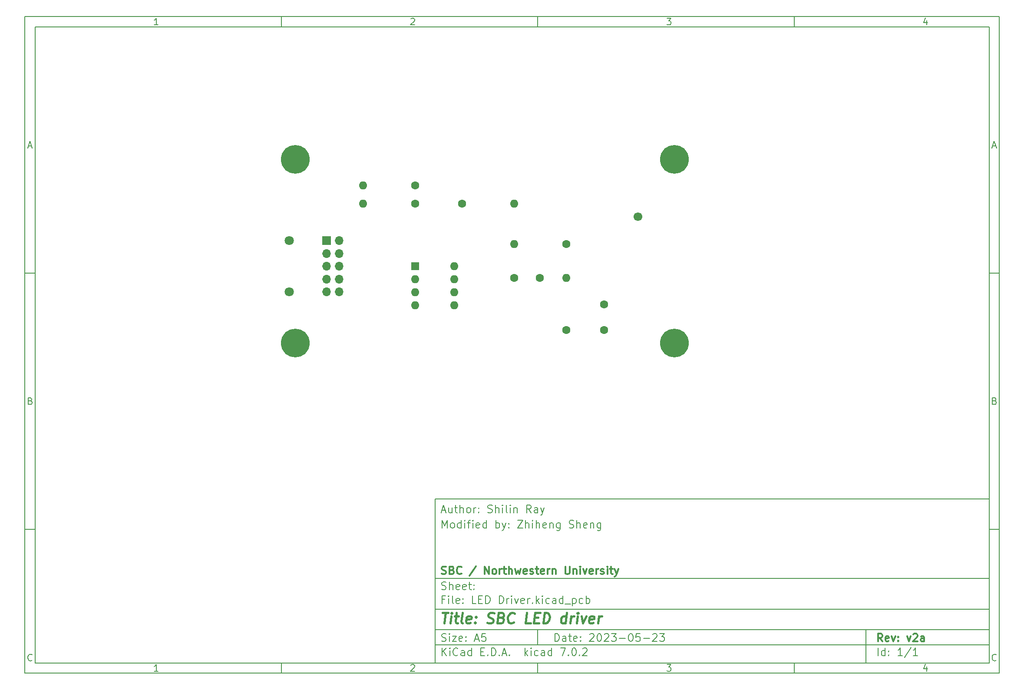
<source format=gbs>
%TF.GenerationSoftware,KiCad,Pcbnew,7.0.2*%
%TF.CreationDate,2023-05-23T14:29:37-05:00*%
%TF.ProjectId,LED Driver,4c454420-4472-4697-9665-722e6b696361,v2a*%
%TF.SameCoordinates,Original*%
%TF.FileFunction,Soldermask,Bot*%
%TF.FilePolarity,Negative*%
%FSLAX46Y46*%
G04 Gerber Fmt 4.6, Leading zero omitted, Abs format (unit mm)*
G04 Created by KiCad (PCBNEW 7.0.2) date 2023-05-23 14:29:37*
%MOMM*%
%LPD*%
G01*
G04 APERTURE LIST*
%ADD10C,0.100000*%
%ADD11C,0.150000*%
%ADD12C,0.300000*%
%ADD13C,0.400000*%
%ADD14C,1.600000*%
%ADD15O,1.600000X1.600000*%
%ADD16C,5.600000*%
%ADD17R,1.600000X1.600000*%
%ADD18C,1.700000*%
%ADD19C,1.800000*%
%ADD20R,1.700000X1.700000*%
%ADD21O,1.700000X1.700000*%
G04 APERTURE END LIST*
D10*
D11*
X90007200Y-104005800D02*
X198007200Y-104005800D01*
X198007200Y-136005800D01*
X90007200Y-136005800D01*
X90007200Y-104005800D01*
D10*
D11*
X10000000Y-10000000D02*
X200007200Y-10000000D01*
X200007200Y-138005800D01*
X10000000Y-138005800D01*
X10000000Y-10000000D01*
D10*
D11*
X12000000Y-12000000D02*
X198007200Y-12000000D01*
X198007200Y-136005800D01*
X12000000Y-136005800D01*
X12000000Y-12000000D01*
D10*
D11*
X60000000Y-12000000D02*
X60000000Y-10000000D01*
D10*
D11*
X110000000Y-12000000D02*
X110000000Y-10000000D01*
D10*
D11*
X160000000Y-12000000D02*
X160000000Y-10000000D01*
D10*
D11*
X35990476Y-11601404D02*
X35247619Y-11601404D01*
X35619047Y-11601404D02*
X35619047Y-10301404D01*
X35619047Y-10301404D02*
X35495238Y-10487119D01*
X35495238Y-10487119D02*
X35371428Y-10610928D01*
X35371428Y-10610928D02*
X35247619Y-10672833D01*
D10*
D11*
X85247619Y-10425214D02*
X85309523Y-10363309D01*
X85309523Y-10363309D02*
X85433333Y-10301404D01*
X85433333Y-10301404D02*
X85742857Y-10301404D01*
X85742857Y-10301404D02*
X85866666Y-10363309D01*
X85866666Y-10363309D02*
X85928571Y-10425214D01*
X85928571Y-10425214D02*
X85990476Y-10549023D01*
X85990476Y-10549023D02*
X85990476Y-10672833D01*
X85990476Y-10672833D02*
X85928571Y-10858547D01*
X85928571Y-10858547D02*
X85185714Y-11601404D01*
X85185714Y-11601404D02*
X85990476Y-11601404D01*
D10*
D11*
X135185714Y-10301404D02*
X135990476Y-10301404D01*
X135990476Y-10301404D02*
X135557142Y-10796642D01*
X135557142Y-10796642D02*
X135742857Y-10796642D01*
X135742857Y-10796642D02*
X135866666Y-10858547D01*
X135866666Y-10858547D02*
X135928571Y-10920452D01*
X135928571Y-10920452D02*
X135990476Y-11044261D01*
X135990476Y-11044261D02*
X135990476Y-11353785D01*
X135990476Y-11353785D02*
X135928571Y-11477595D01*
X135928571Y-11477595D02*
X135866666Y-11539500D01*
X135866666Y-11539500D02*
X135742857Y-11601404D01*
X135742857Y-11601404D02*
X135371428Y-11601404D01*
X135371428Y-11601404D02*
X135247619Y-11539500D01*
X135247619Y-11539500D02*
X135185714Y-11477595D01*
D10*
D11*
X185866666Y-10734738D02*
X185866666Y-11601404D01*
X185557142Y-10239500D02*
X185247619Y-11168071D01*
X185247619Y-11168071D02*
X186052380Y-11168071D01*
D10*
D11*
X60000000Y-136005800D02*
X60000000Y-138005800D01*
D10*
D11*
X110000000Y-136005800D02*
X110000000Y-138005800D01*
D10*
D11*
X160000000Y-136005800D02*
X160000000Y-138005800D01*
D10*
D11*
X35990476Y-137607204D02*
X35247619Y-137607204D01*
X35619047Y-137607204D02*
X35619047Y-136307204D01*
X35619047Y-136307204D02*
X35495238Y-136492919D01*
X35495238Y-136492919D02*
X35371428Y-136616728D01*
X35371428Y-136616728D02*
X35247619Y-136678633D01*
D10*
D11*
X85247619Y-136431014D02*
X85309523Y-136369109D01*
X85309523Y-136369109D02*
X85433333Y-136307204D01*
X85433333Y-136307204D02*
X85742857Y-136307204D01*
X85742857Y-136307204D02*
X85866666Y-136369109D01*
X85866666Y-136369109D02*
X85928571Y-136431014D01*
X85928571Y-136431014D02*
X85990476Y-136554823D01*
X85990476Y-136554823D02*
X85990476Y-136678633D01*
X85990476Y-136678633D02*
X85928571Y-136864347D01*
X85928571Y-136864347D02*
X85185714Y-137607204D01*
X85185714Y-137607204D02*
X85990476Y-137607204D01*
D10*
D11*
X135185714Y-136307204D02*
X135990476Y-136307204D01*
X135990476Y-136307204D02*
X135557142Y-136802442D01*
X135557142Y-136802442D02*
X135742857Y-136802442D01*
X135742857Y-136802442D02*
X135866666Y-136864347D01*
X135866666Y-136864347D02*
X135928571Y-136926252D01*
X135928571Y-136926252D02*
X135990476Y-137050061D01*
X135990476Y-137050061D02*
X135990476Y-137359585D01*
X135990476Y-137359585D02*
X135928571Y-137483395D01*
X135928571Y-137483395D02*
X135866666Y-137545300D01*
X135866666Y-137545300D02*
X135742857Y-137607204D01*
X135742857Y-137607204D02*
X135371428Y-137607204D01*
X135371428Y-137607204D02*
X135247619Y-137545300D01*
X135247619Y-137545300D02*
X135185714Y-137483395D01*
D10*
D11*
X185866666Y-136740538D02*
X185866666Y-137607204D01*
X185557142Y-136245300D02*
X185247619Y-137173871D01*
X185247619Y-137173871D02*
X186052380Y-137173871D01*
D10*
D11*
X10000000Y-60000000D02*
X12000000Y-60000000D01*
D10*
D11*
X10000000Y-110000000D02*
X12000000Y-110000000D01*
D10*
D11*
X10690476Y-35229976D02*
X11309523Y-35229976D01*
X10566666Y-35601404D02*
X10999999Y-34301404D01*
X10999999Y-34301404D02*
X11433333Y-35601404D01*
D10*
D11*
X11092857Y-84920452D02*
X11278571Y-84982357D01*
X11278571Y-84982357D02*
X11340476Y-85044261D01*
X11340476Y-85044261D02*
X11402380Y-85168071D01*
X11402380Y-85168071D02*
X11402380Y-85353785D01*
X11402380Y-85353785D02*
X11340476Y-85477595D01*
X11340476Y-85477595D02*
X11278571Y-85539500D01*
X11278571Y-85539500D02*
X11154761Y-85601404D01*
X11154761Y-85601404D02*
X10659523Y-85601404D01*
X10659523Y-85601404D02*
X10659523Y-84301404D01*
X10659523Y-84301404D02*
X11092857Y-84301404D01*
X11092857Y-84301404D02*
X11216666Y-84363309D01*
X11216666Y-84363309D02*
X11278571Y-84425214D01*
X11278571Y-84425214D02*
X11340476Y-84549023D01*
X11340476Y-84549023D02*
X11340476Y-84672833D01*
X11340476Y-84672833D02*
X11278571Y-84796642D01*
X11278571Y-84796642D02*
X11216666Y-84858547D01*
X11216666Y-84858547D02*
X11092857Y-84920452D01*
X11092857Y-84920452D02*
X10659523Y-84920452D01*
D10*
D11*
X11402380Y-135477595D02*
X11340476Y-135539500D01*
X11340476Y-135539500D02*
X11154761Y-135601404D01*
X11154761Y-135601404D02*
X11030952Y-135601404D01*
X11030952Y-135601404D02*
X10845238Y-135539500D01*
X10845238Y-135539500D02*
X10721428Y-135415690D01*
X10721428Y-135415690D02*
X10659523Y-135291880D01*
X10659523Y-135291880D02*
X10597619Y-135044261D01*
X10597619Y-135044261D02*
X10597619Y-134858547D01*
X10597619Y-134858547D02*
X10659523Y-134610928D01*
X10659523Y-134610928D02*
X10721428Y-134487119D01*
X10721428Y-134487119D02*
X10845238Y-134363309D01*
X10845238Y-134363309D02*
X11030952Y-134301404D01*
X11030952Y-134301404D02*
X11154761Y-134301404D01*
X11154761Y-134301404D02*
X11340476Y-134363309D01*
X11340476Y-134363309D02*
X11402380Y-134425214D01*
D10*
D11*
X200007200Y-60000000D02*
X198007200Y-60000000D01*
D10*
D11*
X200007200Y-110000000D02*
X198007200Y-110000000D01*
D10*
D11*
X198697676Y-35229976D02*
X199316723Y-35229976D01*
X198573866Y-35601404D02*
X199007199Y-34301404D01*
X199007199Y-34301404D02*
X199440533Y-35601404D01*
D10*
D11*
X199100057Y-84920452D02*
X199285771Y-84982357D01*
X199285771Y-84982357D02*
X199347676Y-85044261D01*
X199347676Y-85044261D02*
X199409580Y-85168071D01*
X199409580Y-85168071D02*
X199409580Y-85353785D01*
X199409580Y-85353785D02*
X199347676Y-85477595D01*
X199347676Y-85477595D02*
X199285771Y-85539500D01*
X199285771Y-85539500D02*
X199161961Y-85601404D01*
X199161961Y-85601404D02*
X198666723Y-85601404D01*
X198666723Y-85601404D02*
X198666723Y-84301404D01*
X198666723Y-84301404D02*
X199100057Y-84301404D01*
X199100057Y-84301404D02*
X199223866Y-84363309D01*
X199223866Y-84363309D02*
X199285771Y-84425214D01*
X199285771Y-84425214D02*
X199347676Y-84549023D01*
X199347676Y-84549023D02*
X199347676Y-84672833D01*
X199347676Y-84672833D02*
X199285771Y-84796642D01*
X199285771Y-84796642D02*
X199223866Y-84858547D01*
X199223866Y-84858547D02*
X199100057Y-84920452D01*
X199100057Y-84920452D02*
X198666723Y-84920452D01*
D10*
D11*
X199409580Y-135477595D02*
X199347676Y-135539500D01*
X199347676Y-135539500D02*
X199161961Y-135601404D01*
X199161961Y-135601404D02*
X199038152Y-135601404D01*
X199038152Y-135601404D02*
X198852438Y-135539500D01*
X198852438Y-135539500D02*
X198728628Y-135415690D01*
X198728628Y-135415690D02*
X198666723Y-135291880D01*
X198666723Y-135291880D02*
X198604819Y-135044261D01*
X198604819Y-135044261D02*
X198604819Y-134858547D01*
X198604819Y-134858547D02*
X198666723Y-134610928D01*
X198666723Y-134610928D02*
X198728628Y-134487119D01*
X198728628Y-134487119D02*
X198852438Y-134363309D01*
X198852438Y-134363309D02*
X199038152Y-134301404D01*
X199038152Y-134301404D02*
X199161961Y-134301404D01*
X199161961Y-134301404D02*
X199347676Y-134363309D01*
X199347676Y-134363309D02*
X199409580Y-134425214D01*
D10*
D11*
X113364342Y-131799728D02*
X113364342Y-130299728D01*
X113364342Y-130299728D02*
X113721485Y-130299728D01*
X113721485Y-130299728D02*
X113935771Y-130371157D01*
X113935771Y-130371157D02*
X114078628Y-130514014D01*
X114078628Y-130514014D02*
X114150057Y-130656871D01*
X114150057Y-130656871D02*
X114221485Y-130942585D01*
X114221485Y-130942585D02*
X114221485Y-131156871D01*
X114221485Y-131156871D02*
X114150057Y-131442585D01*
X114150057Y-131442585D02*
X114078628Y-131585442D01*
X114078628Y-131585442D02*
X113935771Y-131728300D01*
X113935771Y-131728300D02*
X113721485Y-131799728D01*
X113721485Y-131799728D02*
X113364342Y-131799728D01*
X115507200Y-131799728D02*
X115507200Y-131014014D01*
X115507200Y-131014014D02*
X115435771Y-130871157D01*
X115435771Y-130871157D02*
X115292914Y-130799728D01*
X115292914Y-130799728D02*
X115007200Y-130799728D01*
X115007200Y-130799728D02*
X114864342Y-130871157D01*
X115507200Y-131728300D02*
X115364342Y-131799728D01*
X115364342Y-131799728D02*
X115007200Y-131799728D01*
X115007200Y-131799728D02*
X114864342Y-131728300D01*
X114864342Y-131728300D02*
X114792914Y-131585442D01*
X114792914Y-131585442D02*
X114792914Y-131442585D01*
X114792914Y-131442585D02*
X114864342Y-131299728D01*
X114864342Y-131299728D02*
X115007200Y-131228300D01*
X115007200Y-131228300D02*
X115364342Y-131228300D01*
X115364342Y-131228300D02*
X115507200Y-131156871D01*
X116007200Y-130799728D02*
X116578628Y-130799728D01*
X116221485Y-130299728D02*
X116221485Y-131585442D01*
X116221485Y-131585442D02*
X116292914Y-131728300D01*
X116292914Y-131728300D02*
X116435771Y-131799728D01*
X116435771Y-131799728D02*
X116578628Y-131799728D01*
X117650057Y-131728300D02*
X117507200Y-131799728D01*
X117507200Y-131799728D02*
X117221486Y-131799728D01*
X117221486Y-131799728D02*
X117078628Y-131728300D01*
X117078628Y-131728300D02*
X117007200Y-131585442D01*
X117007200Y-131585442D02*
X117007200Y-131014014D01*
X117007200Y-131014014D02*
X117078628Y-130871157D01*
X117078628Y-130871157D02*
X117221486Y-130799728D01*
X117221486Y-130799728D02*
X117507200Y-130799728D01*
X117507200Y-130799728D02*
X117650057Y-130871157D01*
X117650057Y-130871157D02*
X117721486Y-131014014D01*
X117721486Y-131014014D02*
X117721486Y-131156871D01*
X117721486Y-131156871D02*
X117007200Y-131299728D01*
X118364342Y-131656871D02*
X118435771Y-131728300D01*
X118435771Y-131728300D02*
X118364342Y-131799728D01*
X118364342Y-131799728D02*
X118292914Y-131728300D01*
X118292914Y-131728300D02*
X118364342Y-131656871D01*
X118364342Y-131656871D02*
X118364342Y-131799728D01*
X118364342Y-130871157D02*
X118435771Y-130942585D01*
X118435771Y-130942585D02*
X118364342Y-131014014D01*
X118364342Y-131014014D02*
X118292914Y-130942585D01*
X118292914Y-130942585D02*
X118364342Y-130871157D01*
X118364342Y-130871157D02*
X118364342Y-131014014D01*
X120150057Y-130442585D02*
X120221485Y-130371157D01*
X120221485Y-130371157D02*
X120364343Y-130299728D01*
X120364343Y-130299728D02*
X120721485Y-130299728D01*
X120721485Y-130299728D02*
X120864343Y-130371157D01*
X120864343Y-130371157D02*
X120935771Y-130442585D01*
X120935771Y-130442585D02*
X121007200Y-130585442D01*
X121007200Y-130585442D02*
X121007200Y-130728300D01*
X121007200Y-130728300D02*
X120935771Y-130942585D01*
X120935771Y-130942585D02*
X120078628Y-131799728D01*
X120078628Y-131799728D02*
X121007200Y-131799728D01*
X121935771Y-130299728D02*
X122078628Y-130299728D01*
X122078628Y-130299728D02*
X122221485Y-130371157D01*
X122221485Y-130371157D02*
X122292914Y-130442585D01*
X122292914Y-130442585D02*
X122364342Y-130585442D01*
X122364342Y-130585442D02*
X122435771Y-130871157D01*
X122435771Y-130871157D02*
X122435771Y-131228300D01*
X122435771Y-131228300D02*
X122364342Y-131514014D01*
X122364342Y-131514014D02*
X122292914Y-131656871D01*
X122292914Y-131656871D02*
X122221485Y-131728300D01*
X122221485Y-131728300D02*
X122078628Y-131799728D01*
X122078628Y-131799728D02*
X121935771Y-131799728D01*
X121935771Y-131799728D02*
X121792914Y-131728300D01*
X121792914Y-131728300D02*
X121721485Y-131656871D01*
X121721485Y-131656871D02*
X121650056Y-131514014D01*
X121650056Y-131514014D02*
X121578628Y-131228300D01*
X121578628Y-131228300D02*
X121578628Y-130871157D01*
X121578628Y-130871157D02*
X121650056Y-130585442D01*
X121650056Y-130585442D02*
X121721485Y-130442585D01*
X121721485Y-130442585D02*
X121792914Y-130371157D01*
X121792914Y-130371157D02*
X121935771Y-130299728D01*
X123007199Y-130442585D02*
X123078627Y-130371157D01*
X123078627Y-130371157D02*
X123221485Y-130299728D01*
X123221485Y-130299728D02*
X123578627Y-130299728D01*
X123578627Y-130299728D02*
X123721485Y-130371157D01*
X123721485Y-130371157D02*
X123792913Y-130442585D01*
X123792913Y-130442585D02*
X123864342Y-130585442D01*
X123864342Y-130585442D02*
X123864342Y-130728300D01*
X123864342Y-130728300D02*
X123792913Y-130942585D01*
X123792913Y-130942585D02*
X122935770Y-131799728D01*
X122935770Y-131799728D02*
X123864342Y-131799728D01*
X124364341Y-130299728D02*
X125292913Y-130299728D01*
X125292913Y-130299728D02*
X124792913Y-130871157D01*
X124792913Y-130871157D02*
X125007198Y-130871157D01*
X125007198Y-130871157D02*
X125150056Y-130942585D01*
X125150056Y-130942585D02*
X125221484Y-131014014D01*
X125221484Y-131014014D02*
X125292913Y-131156871D01*
X125292913Y-131156871D02*
X125292913Y-131514014D01*
X125292913Y-131514014D02*
X125221484Y-131656871D01*
X125221484Y-131656871D02*
X125150056Y-131728300D01*
X125150056Y-131728300D02*
X125007198Y-131799728D01*
X125007198Y-131799728D02*
X124578627Y-131799728D01*
X124578627Y-131799728D02*
X124435770Y-131728300D01*
X124435770Y-131728300D02*
X124364341Y-131656871D01*
X125935769Y-131228300D02*
X127078627Y-131228300D01*
X128078627Y-130299728D02*
X128221484Y-130299728D01*
X128221484Y-130299728D02*
X128364341Y-130371157D01*
X128364341Y-130371157D02*
X128435770Y-130442585D01*
X128435770Y-130442585D02*
X128507198Y-130585442D01*
X128507198Y-130585442D02*
X128578627Y-130871157D01*
X128578627Y-130871157D02*
X128578627Y-131228300D01*
X128578627Y-131228300D02*
X128507198Y-131514014D01*
X128507198Y-131514014D02*
X128435770Y-131656871D01*
X128435770Y-131656871D02*
X128364341Y-131728300D01*
X128364341Y-131728300D02*
X128221484Y-131799728D01*
X128221484Y-131799728D02*
X128078627Y-131799728D01*
X128078627Y-131799728D02*
X127935770Y-131728300D01*
X127935770Y-131728300D02*
X127864341Y-131656871D01*
X127864341Y-131656871D02*
X127792912Y-131514014D01*
X127792912Y-131514014D02*
X127721484Y-131228300D01*
X127721484Y-131228300D02*
X127721484Y-130871157D01*
X127721484Y-130871157D02*
X127792912Y-130585442D01*
X127792912Y-130585442D02*
X127864341Y-130442585D01*
X127864341Y-130442585D02*
X127935770Y-130371157D01*
X127935770Y-130371157D02*
X128078627Y-130299728D01*
X129935769Y-130299728D02*
X129221483Y-130299728D01*
X129221483Y-130299728D02*
X129150055Y-131014014D01*
X129150055Y-131014014D02*
X129221483Y-130942585D01*
X129221483Y-130942585D02*
X129364341Y-130871157D01*
X129364341Y-130871157D02*
X129721483Y-130871157D01*
X129721483Y-130871157D02*
X129864341Y-130942585D01*
X129864341Y-130942585D02*
X129935769Y-131014014D01*
X129935769Y-131014014D02*
X130007198Y-131156871D01*
X130007198Y-131156871D02*
X130007198Y-131514014D01*
X130007198Y-131514014D02*
X129935769Y-131656871D01*
X129935769Y-131656871D02*
X129864341Y-131728300D01*
X129864341Y-131728300D02*
X129721483Y-131799728D01*
X129721483Y-131799728D02*
X129364341Y-131799728D01*
X129364341Y-131799728D02*
X129221483Y-131728300D01*
X129221483Y-131728300D02*
X129150055Y-131656871D01*
X130650054Y-131228300D02*
X131792912Y-131228300D01*
X132435769Y-130442585D02*
X132507197Y-130371157D01*
X132507197Y-130371157D02*
X132650055Y-130299728D01*
X132650055Y-130299728D02*
X133007197Y-130299728D01*
X133007197Y-130299728D02*
X133150055Y-130371157D01*
X133150055Y-130371157D02*
X133221483Y-130442585D01*
X133221483Y-130442585D02*
X133292912Y-130585442D01*
X133292912Y-130585442D02*
X133292912Y-130728300D01*
X133292912Y-130728300D02*
X133221483Y-130942585D01*
X133221483Y-130942585D02*
X132364340Y-131799728D01*
X132364340Y-131799728D02*
X133292912Y-131799728D01*
X133792911Y-130299728D02*
X134721483Y-130299728D01*
X134721483Y-130299728D02*
X134221483Y-130871157D01*
X134221483Y-130871157D02*
X134435768Y-130871157D01*
X134435768Y-130871157D02*
X134578626Y-130942585D01*
X134578626Y-130942585D02*
X134650054Y-131014014D01*
X134650054Y-131014014D02*
X134721483Y-131156871D01*
X134721483Y-131156871D02*
X134721483Y-131514014D01*
X134721483Y-131514014D02*
X134650054Y-131656871D01*
X134650054Y-131656871D02*
X134578626Y-131728300D01*
X134578626Y-131728300D02*
X134435768Y-131799728D01*
X134435768Y-131799728D02*
X134007197Y-131799728D01*
X134007197Y-131799728D02*
X133864340Y-131728300D01*
X133864340Y-131728300D02*
X133792911Y-131656871D01*
D10*
D11*
X90007200Y-132505800D02*
X198007200Y-132505800D01*
D10*
D11*
X91364342Y-134599728D02*
X91364342Y-133099728D01*
X92221485Y-134599728D02*
X91578628Y-133742585D01*
X92221485Y-133099728D02*
X91364342Y-133956871D01*
X92864342Y-134599728D02*
X92864342Y-133599728D01*
X92864342Y-133099728D02*
X92792914Y-133171157D01*
X92792914Y-133171157D02*
X92864342Y-133242585D01*
X92864342Y-133242585D02*
X92935771Y-133171157D01*
X92935771Y-133171157D02*
X92864342Y-133099728D01*
X92864342Y-133099728D02*
X92864342Y-133242585D01*
X94435771Y-134456871D02*
X94364343Y-134528300D01*
X94364343Y-134528300D02*
X94150057Y-134599728D01*
X94150057Y-134599728D02*
X94007200Y-134599728D01*
X94007200Y-134599728D02*
X93792914Y-134528300D01*
X93792914Y-134528300D02*
X93650057Y-134385442D01*
X93650057Y-134385442D02*
X93578628Y-134242585D01*
X93578628Y-134242585D02*
X93507200Y-133956871D01*
X93507200Y-133956871D02*
X93507200Y-133742585D01*
X93507200Y-133742585D02*
X93578628Y-133456871D01*
X93578628Y-133456871D02*
X93650057Y-133314014D01*
X93650057Y-133314014D02*
X93792914Y-133171157D01*
X93792914Y-133171157D02*
X94007200Y-133099728D01*
X94007200Y-133099728D02*
X94150057Y-133099728D01*
X94150057Y-133099728D02*
X94364343Y-133171157D01*
X94364343Y-133171157D02*
X94435771Y-133242585D01*
X95721486Y-134599728D02*
X95721486Y-133814014D01*
X95721486Y-133814014D02*
X95650057Y-133671157D01*
X95650057Y-133671157D02*
X95507200Y-133599728D01*
X95507200Y-133599728D02*
X95221486Y-133599728D01*
X95221486Y-133599728D02*
X95078628Y-133671157D01*
X95721486Y-134528300D02*
X95578628Y-134599728D01*
X95578628Y-134599728D02*
X95221486Y-134599728D01*
X95221486Y-134599728D02*
X95078628Y-134528300D01*
X95078628Y-134528300D02*
X95007200Y-134385442D01*
X95007200Y-134385442D02*
X95007200Y-134242585D01*
X95007200Y-134242585D02*
X95078628Y-134099728D01*
X95078628Y-134099728D02*
X95221486Y-134028300D01*
X95221486Y-134028300D02*
X95578628Y-134028300D01*
X95578628Y-134028300D02*
X95721486Y-133956871D01*
X97078629Y-134599728D02*
X97078629Y-133099728D01*
X97078629Y-134528300D02*
X96935771Y-134599728D01*
X96935771Y-134599728D02*
X96650057Y-134599728D01*
X96650057Y-134599728D02*
X96507200Y-134528300D01*
X96507200Y-134528300D02*
X96435771Y-134456871D01*
X96435771Y-134456871D02*
X96364343Y-134314014D01*
X96364343Y-134314014D02*
X96364343Y-133885442D01*
X96364343Y-133885442D02*
X96435771Y-133742585D01*
X96435771Y-133742585D02*
X96507200Y-133671157D01*
X96507200Y-133671157D02*
X96650057Y-133599728D01*
X96650057Y-133599728D02*
X96935771Y-133599728D01*
X96935771Y-133599728D02*
X97078629Y-133671157D01*
X98935771Y-133814014D02*
X99435771Y-133814014D01*
X99650057Y-134599728D02*
X98935771Y-134599728D01*
X98935771Y-134599728D02*
X98935771Y-133099728D01*
X98935771Y-133099728D02*
X99650057Y-133099728D01*
X100292914Y-134456871D02*
X100364343Y-134528300D01*
X100364343Y-134528300D02*
X100292914Y-134599728D01*
X100292914Y-134599728D02*
X100221486Y-134528300D01*
X100221486Y-134528300D02*
X100292914Y-134456871D01*
X100292914Y-134456871D02*
X100292914Y-134599728D01*
X101007200Y-134599728D02*
X101007200Y-133099728D01*
X101007200Y-133099728D02*
X101364343Y-133099728D01*
X101364343Y-133099728D02*
X101578629Y-133171157D01*
X101578629Y-133171157D02*
X101721486Y-133314014D01*
X101721486Y-133314014D02*
X101792915Y-133456871D01*
X101792915Y-133456871D02*
X101864343Y-133742585D01*
X101864343Y-133742585D02*
X101864343Y-133956871D01*
X101864343Y-133956871D02*
X101792915Y-134242585D01*
X101792915Y-134242585D02*
X101721486Y-134385442D01*
X101721486Y-134385442D02*
X101578629Y-134528300D01*
X101578629Y-134528300D02*
X101364343Y-134599728D01*
X101364343Y-134599728D02*
X101007200Y-134599728D01*
X102507200Y-134456871D02*
X102578629Y-134528300D01*
X102578629Y-134528300D02*
X102507200Y-134599728D01*
X102507200Y-134599728D02*
X102435772Y-134528300D01*
X102435772Y-134528300D02*
X102507200Y-134456871D01*
X102507200Y-134456871D02*
X102507200Y-134599728D01*
X103150058Y-134171157D02*
X103864344Y-134171157D01*
X103007201Y-134599728D02*
X103507201Y-133099728D01*
X103507201Y-133099728D02*
X104007201Y-134599728D01*
X104507200Y-134456871D02*
X104578629Y-134528300D01*
X104578629Y-134528300D02*
X104507200Y-134599728D01*
X104507200Y-134599728D02*
X104435772Y-134528300D01*
X104435772Y-134528300D02*
X104507200Y-134456871D01*
X104507200Y-134456871D02*
X104507200Y-134599728D01*
X107507200Y-134599728D02*
X107507200Y-133099728D01*
X107650058Y-134028300D02*
X108078629Y-134599728D01*
X108078629Y-133599728D02*
X107507200Y-134171157D01*
X108721486Y-134599728D02*
X108721486Y-133599728D01*
X108721486Y-133099728D02*
X108650058Y-133171157D01*
X108650058Y-133171157D02*
X108721486Y-133242585D01*
X108721486Y-133242585D02*
X108792915Y-133171157D01*
X108792915Y-133171157D02*
X108721486Y-133099728D01*
X108721486Y-133099728D02*
X108721486Y-133242585D01*
X110078630Y-134528300D02*
X109935772Y-134599728D01*
X109935772Y-134599728D02*
X109650058Y-134599728D01*
X109650058Y-134599728D02*
X109507201Y-134528300D01*
X109507201Y-134528300D02*
X109435772Y-134456871D01*
X109435772Y-134456871D02*
X109364344Y-134314014D01*
X109364344Y-134314014D02*
X109364344Y-133885442D01*
X109364344Y-133885442D02*
X109435772Y-133742585D01*
X109435772Y-133742585D02*
X109507201Y-133671157D01*
X109507201Y-133671157D02*
X109650058Y-133599728D01*
X109650058Y-133599728D02*
X109935772Y-133599728D01*
X109935772Y-133599728D02*
X110078630Y-133671157D01*
X111364344Y-134599728D02*
X111364344Y-133814014D01*
X111364344Y-133814014D02*
X111292915Y-133671157D01*
X111292915Y-133671157D02*
X111150058Y-133599728D01*
X111150058Y-133599728D02*
X110864344Y-133599728D01*
X110864344Y-133599728D02*
X110721486Y-133671157D01*
X111364344Y-134528300D02*
X111221486Y-134599728D01*
X111221486Y-134599728D02*
X110864344Y-134599728D01*
X110864344Y-134599728D02*
X110721486Y-134528300D01*
X110721486Y-134528300D02*
X110650058Y-134385442D01*
X110650058Y-134385442D02*
X110650058Y-134242585D01*
X110650058Y-134242585D02*
X110721486Y-134099728D01*
X110721486Y-134099728D02*
X110864344Y-134028300D01*
X110864344Y-134028300D02*
X111221486Y-134028300D01*
X111221486Y-134028300D02*
X111364344Y-133956871D01*
X112721487Y-134599728D02*
X112721487Y-133099728D01*
X112721487Y-134528300D02*
X112578629Y-134599728D01*
X112578629Y-134599728D02*
X112292915Y-134599728D01*
X112292915Y-134599728D02*
X112150058Y-134528300D01*
X112150058Y-134528300D02*
X112078629Y-134456871D01*
X112078629Y-134456871D02*
X112007201Y-134314014D01*
X112007201Y-134314014D02*
X112007201Y-133885442D01*
X112007201Y-133885442D02*
X112078629Y-133742585D01*
X112078629Y-133742585D02*
X112150058Y-133671157D01*
X112150058Y-133671157D02*
X112292915Y-133599728D01*
X112292915Y-133599728D02*
X112578629Y-133599728D01*
X112578629Y-133599728D02*
X112721487Y-133671157D01*
X114435772Y-133099728D02*
X115435772Y-133099728D01*
X115435772Y-133099728D02*
X114792915Y-134599728D01*
X116007200Y-134456871D02*
X116078629Y-134528300D01*
X116078629Y-134528300D02*
X116007200Y-134599728D01*
X116007200Y-134599728D02*
X115935772Y-134528300D01*
X115935772Y-134528300D02*
X116007200Y-134456871D01*
X116007200Y-134456871D02*
X116007200Y-134599728D01*
X117007201Y-133099728D02*
X117150058Y-133099728D01*
X117150058Y-133099728D02*
X117292915Y-133171157D01*
X117292915Y-133171157D02*
X117364344Y-133242585D01*
X117364344Y-133242585D02*
X117435772Y-133385442D01*
X117435772Y-133385442D02*
X117507201Y-133671157D01*
X117507201Y-133671157D02*
X117507201Y-134028300D01*
X117507201Y-134028300D02*
X117435772Y-134314014D01*
X117435772Y-134314014D02*
X117364344Y-134456871D01*
X117364344Y-134456871D02*
X117292915Y-134528300D01*
X117292915Y-134528300D02*
X117150058Y-134599728D01*
X117150058Y-134599728D02*
X117007201Y-134599728D01*
X117007201Y-134599728D02*
X116864344Y-134528300D01*
X116864344Y-134528300D02*
X116792915Y-134456871D01*
X116792915Y-134456871D02*
X116721486Y-134314014D01*
X116721486Y-134314014D02*
X116650058Y-134028300D01*
X116650058Y-134028300D02*
X116650058Y-133671157D01*
X116650058Y-133671157D02*
X116721486Y-133385442D01*
X116721486Y-133385442D02*
X116792915Y-133242585D01*
X116792915Y-133242585D02*
X116864344Y-133171157D01*
X116864344Y-133171157D02*
X117007201Y-133099728D01*
X118150057Y-134456871D02*
X118221486Y-134528300D01*
X118221486Y-134528300D02*
X118150057Y-134599728D01*
X118150057Y-134599728D02*
X118078629Y-134528300D01*
X118078629Y-134528300D02*
X118150057Y-134456871D01*
X118150057Y-134456871D02*
X118150057Y-134599728D01*
X118792915Y-133242585D02*
X118864343Y-133171157D01*
X118864343Y-133171157D02*
X119007201Y-133099728D01*
X119007201Y-133099728D02*
X119364343Y-133099728D01*
X119364343Y-133099728D02*
X119507201Y-133171157D01*
X119507201Y-133171157D02*
X119578629Y-133242585D01*
X119578629Y-133242585D02*
X119650058Y-133385442D01*
X119650058Y-133385442D02*
X119650058Y-133528300D01*
X119650058Y-133528300D02*
X119578629Y-133742585D01*
X119578629Y-133742585D02*
X118721486Y-134599728D01*
X118721486Y-134599728D02*
X119650058Y-134599728D01*
D10*
D11*
X90007200Y-129505800D02*
X198007200Y-129505800D01*
D10*
D12*
X177221485Y-131799728D02*
X176721485Y-131085442D01*
X176364342Y-131799728D02*
X176364342Y-130299728D01*
X176364342Y-130299728D02*
X176935771Y-130299728D01*
X176935771Y-130299728D02*
X177078628Y-130371157D01*
X177078628Y-130371157D02*
X177150057Y-130442585D01*
X177150057Y-130442585D02*
X177221485Y-130585442D01*
X177221485Y-130585442D02*
X177221485Y-130799728D01*
X177221485Y-130799728D02*
X177150057Y-130942585D01*
X177150057Y-130942585D02*
X177078628Y-131014014D01*
X177078628Y-131014014D02*
X176935771Y-131085442D01*
X176935771Y-131085442D02*
X176364342Y-131085442D01*
X178435771Y-131728300D02*
X178292914Y-131799728D01*
X178292914Y-131799728D02*
X178007200Y-131799728D01*
X178007200Y-131799728D02*
X177864342Y-131728300D01*
X177864342Y-131728300D02*
X177792914Y-131585442D01*
X177792914Y-131585442D02*
X177792914Y-131014014D01*
X177792914Y-131014014D02*
X177864342Y-130871157D01*
X177864342Y-130871157D02*
X178007200Y-130799728D01*
X178007200Y-130799728D02*
X178292914Y-130799728D01*
X178292914Y-130799728D02*
X178435771Y-130871157D01*
X178435771Y-130871157D02*
X178507200Y-131014014D01*
X178507200Y-131014014D02*
X178507200Y-131156871D01*
X178507200Y-131156871D02*
X177792914Y-131299728D01*
X179007199Y-130799728D02*
X179364342Y-131799728D01*
X179364342Y-131799728D02*
X179721485Y-130799728D01*
X180292913Y-131656871D02*
X180364342Y-131728300D01*
X180364342Y-131728300D02*
X180292913Y-131799728D01*
X180292913Y-131799728D02*
X180221485Y-131728300D01*
X180221485Y-131728300D02*
X180292913Y-131656871D01*
X180292913Y-131656871D02*
X180292913Y-131799728D01*
X180292913Y-130871157D02*
X180364342Y-130942585D01*
X180364342Y-130942585D02*
X180292913Y-131014014D01*
X180292913Y-131014014D02*
X180221485Y-130942585D01*
X180221485Y-130942585D02*
X180292913Y-130871157D01*
X180292913Y-130871157D02*
X180292913Y-131014014D01*
X182007199Y-130799728D02*
X182364342Y-131799728D01*
X182364342Y-131799728D02*
X182721485Y-130799728D01*
X183221485Y-130442585D02*
X183292913Y-130371157D01*
X183292913Y-130371157D02*
X183435771Y-130299728D01*
X183435771Y-130299728D02*
X183792913Y-130299728D01*
X183792913Y-130299728D02*
X183935771Y-130371157D01*
X183935771Y-130371157D02*
X184007199Y-130442585D01*
X184007199Y-130442585D02*
X184078628Y-130585442D01*
X184078628Y-130585442D02*
X184078628Y-130728300D01*
X184078628Y-130728300D02*
X184007199Y-130942585D01*
X184007199Y-130942585D02*
X183150056Y-131799728D01*
X183150056Y-131799728D02*
X184078628Y-131799728D01*
X185364342Y-131799728D02*
X185364342Y-131014014D01*
X185364342Y-131014014D02*
X185292913Y-130871157D01*
X185292913Y-130871157D02*
X185150056Y-130799728D01*
X185150056Y-130799728D02*
X184864342Y-130799728D01*
X184864342Y-130799728D02*
X184721484Y-130871157D01*
X185364342Y-131728300D02*
X185221484Y-131799728D01*
X185221484Y-131799728D02*
X184864342Y-131799728D01*
X184864342Y-131799728D02*
X184721484Y-131728300D01*
X184721484Y-131728300D02*
X184650056Y-131585442D01*
X184650056Y-131585442D02*
X184650056Y-131442585D01*
X184650056Y-131442585D02*
X184721484Y-131299728D01*
X184721484Y-131299728D02*
X184864342Y-131228300D01*
X184864342Y-131228300D02*
X185221484Y-131228300D01*
X185221484Y-131228300D02*
X185364342Y-131156871D01*
D10*
D11*
X91292914Y-131728300D02*
X91507200Y-131799728D01*
X91507200Y-131799728D02*
X91864342Y-131799728D01*
X91864342Y-131799728D02*
X92007200Y-131728300D01*
X92007200Y-131728300D02*
X92078628Y-131656871D01*
X92078628Y-131656871D02*
X92150057Y-131514014D01*
X92150057Y-131514014D02*
X92150057Y-131371157D01*
X92150057Y-131371157D02*
X92078628Y-131228300D01*
X92078628Y-131228300D02*
X92007200Y-131156871D01*
X92007200Y-131156871D02*
X91864342Y-131085442D01*
X91864342Y-131085442D02*
X91578628Y-131014014D01*
X91578628Y-131014014D02*
X91435771Y-130942585D01*
X91435771Y-130942585D02*
X91364342Y-130871157D01*
X91364342Y-130871157D02*
X91292914Y-130728300D01*
X91292914Y-130728300D02*
X91292914Y-130585442D01*
X91292914Y-130585442D02*
X91364342Y-130442585D01*
X91364342Y-130442585D02*
X91435771Y-130371157D01*
X91435771Y-130371157D02*
X91578628Y-130299728D01*
X91578628Y-130299728D02*
X91935771Y-130299728D01*
X91935771Y-130299728D02*
X92150057Y-130371157D01*
X92792913Y-131799728D02*
X92792913Y-130799728D01*
X92792913Y-130299728D02*
X92721485Y-130371157D01*
X92721485Y-130371157D02*
X92792913Y-130442585D01*
X92792913Y-130442585D02*
X92864342Y-130371157D01*
X92864342Y-130371157D02*
X92792913Y-130299728D01*
X92792913Y-130299728D02*
X92792913Y-130442585D01*
X93364342Y-130799728D02*
X94150057Y-130799728D01*
X94150057Y-130799728D02*
X93364342Y-131799728D01*
X93364342Y-131799728D02*
X94150057Y-131799728D01*
X95292914Y-131728300D02*
X95150057Y-131799728D01*
X95150057Y-131799728D02*
X94864343Y-131799728D01*
X94864343Y-131799728D02*
X94721485Y-131728300D01*
X94721485Y-131728300D02*
X94650057Y-131585442D01*
X94650057Y-131585442D02*
X94650057Y-131014014D01*
X94650057Y-131014014D02*
X94721485Y-130871157D01*
X94721485Y-130871157D02*
X94864343Y-130799728D01*
X94864343Y-130799728D02*
X95150057Y-130799728D01*
X95150057Y-130799728D02*
X95292914Y-130871157D01*
X95292914Y-130871157D02*
X95364343Y-131014014D01*
X95364343Y-131014014D02*
X95364343Y-131156871D01*
X95364343Y-131156871D02*
X94650057Y-131299728D01*
X96007199Y-131656871D02*
X96078628Y-131728300D01*
X96078628Y-131728300D02*
X96007199Y-131799728D01*
X96007199Y-131799728D02*
X95935771Y-131728300D01*
X95935771Y-131728300D02*
X96007199Y-131656871D01*
X96007199Y-131656871D02*
X96007199Y-131799728D01*
X96007199Y-130871157D02*
X96078628Y-130942585D01*
X96078628Y-130942585D02*
X96007199Y-131014014D01*
X96007199Y-131014014D02*
X95935771Y-130942585D01*
X95935771Y-130942585D02*
X96007199Y-130871157D01*
X96007199Y-130871157D02*
X96007199Y-131014014D01*
X97792914Y-131371157D02*
X98507200Y-131371157D01*
X97650057Y-131799728D02*
X98150057Y-130299728D01*
X98150057Y-130299728D02*
X98650057Y-131799728D01*
X99864342Y-130299728D02*
X99150056Y-130299728D01*
X99150056Y-130299728D02*
X99078628Y-131014014D01*
X99078628Y-131014014D02*
X99150056Y-130942585D01*
X99150056Y-130942585D02*
X99292914Y-130871157D01*
X99292914Y-130871157D02*
X99650056Y-130871157D01*
X99650056Y-130871157D02*
X99792914Y-130942585D01*
X99792914Y-130942585D02*
X99864342Y-131014014D01*
X99864342Y-131014014D02*
X99935771Y-131156871D01*
X99935771Y-131156871D02*
X99935771Y-131514014D01*
X99935771Y-131514014D02*
X99864342Y-131656871D01*
X99864342Y-131656871D02*
X99792914Y-131728300D01*
X99792914Y-131728300D02*
X99650056Y-131799728D01*
X99650056Y-131799728D02*
X99292914Y-131799728D01*
X99292914Y-131799728D02*
X99150056Y-131728300D01*
X99150056Y-131728300D02*
X99078628Y-131656871D01*
D10*
D11*
X176364342Y-134599728D02*
X176364342Y-133099728D01*
X177721486Y-134599728D02*
X177721486Y-133099728D01*
X177721486Y-134528300D02*
X177578628Y-134599728D01*
X177578628Y-134599728D02*
X177292914Y-134599728D01*
X177292914Y-134599728D02*
X177150057Y-134528300D01*
X177150057Y-134528300D02*
X177078628Y-134456871D01*
X177078628Y-134456871D02*
X177007200Y-134314014D01*
X177007200Y-134314014D02*
X177007200Y-133885442D01*
X177007200Y-133885442D02*
X177078628Y-133742585D01*
X177078628Y-133742585D02*
X177150057Y-133671157D01*
X177150057Y-133671157D02*
X177292914Y-133599728D01*
X177292914Y-133599728D02*
X177578628Y-133599728D01*
X177578628Y-133599728D02*
X177721486Y-133671157D01*
X178435771Y-134456871D02*
X178507200Y-134528300D01*
X178507200Y-134528300D02*
X178435771Y-134599728D01*
X178435771Y-134599728D02*
X178364343Y-134528300D01*
X178364343Y-134528300D02*
X178435771Y-134456871D01*
X178435771Y-134456871D02*
X178435771Y-134599728D01*
X178435771Y-133671157D02*
X178507200Y-133742585D01*
X178507200Y-133742585D02*
X178435771Y-133814014D01*
X178435771Y-133814014D02*
X178364343Y-133742585D01*
X178364343Y-133742585D02*
X178435771Y-133671157D01*
X178435771Y-133671157D02*
X178435771Y-133814014D01*
X181078629Y-134599728D02*
X180221486Y-134599728D01*
X180650057Y-134599728D02*
X180650057Y-133099728D01*
X180650057Y-133099728D02*
X180507200Y-133314014D01*
X180507200Y-133314014D02*
X180364343Y-133456871D01*
X180364343Y-133456871D02*
X180221486Y-133528300D01*
X182792914Y-133028300D02*
X181507200Y-134956871D01*
X184078629Y-134599728D02*
X183221486Y-134599728D01*
X183650057Y-134599728D02*
X183650057Y-133099728D01*
X183650057Y-133099728D02*
X183507200Y-133314014D01*
X183507200Y-133314014D02*
X183364343Y-133456871D01*
X183364343Y-133456871D02*
X183221486Y-133528300D01*
D10*
D11*
X90007200Y-125505800D02*
X198007200Y-125505800D01*
D10*
D13*
X91435771Y-126231038D02*
X92578628Y-126231038D01*
X91757200Y-128231038D02*
X92007200Y-126231038D01*
X92983390Y-128231038D02*
X93150057Y-126897704D01*
X93233390Y-126231038D02*
X93126247Y-126326276D01*
X93126247Y-126326276D02*
X93209581Y-126421514D01*
X93209581Y-126421514D02*
X93316724Y-126326276D01*
X93316724Y-126326276D02*
X93233390Y-126231038D01*
X93233390Y-126231038D02*
X93209581Y-126421514D01*
X93804819Y-126897704D02*
X94566723Y-126897704D01*
X94173866Y-126231038D02*
X93959581Y-127945323D01*
X93959581Y-127945323D02*
X94031009Y-128135800D01*
X94031009Y-128135800D02*
X94209581Y-128231038D01*
X94209581Y-128231038D02*
X94400057Y-128231038D01*
X95340533Y-128231038D02*
X95161961Y-128135800D01*
X95161961Y-128135800D02*
X95090533Y-127945323D01*
X95090533Y-127945323D02*
X95304818Y-126231038D01*
X96864342Y-128135800D02*
X96661961Y-128231038D01*
X96661961Y-128231038D02*
X96281008Y-128231038D01*
X96281008Y-128231038D02*
X96102437Y-128135800D01*
X96102437Y-128135800D02*
X96031008Y-127945323D01*
X96031008Y-127945323D02*
X96126247Y-127183419D01*
X96126247Y-127183419D02*
X96245294Y-126992942D01*
X96245294Y-126992942D02*
X96447675Y-126897704D01*
X96447675Y-126897704D02*
X96828627Y-126897704D01*
X96828627Y-126897704D02*
X97007199Y-126992942D01*
X97007199Y-126992942D02*
X97078627Y-127183419D01*
X97078627Y-127183419D02*
X97054818Y-127373895D01*
X97054818Y-127373895D02*
X96078627Y-127564371D01*
X97816723Y-128040561D02*
X97900056Y-128135800D01*
X97900056Y-128135800D02*
X97792913Y-128231038D01*
X97792913Y-128231038D02*
X97709580Y-128135800D01*
X97709580Y-128135800D02*
X97816723Y-128040561D01*
X97816723Y-128040561D02*
X97792913Y-128231038D01*
X97947675Y-126992942D02*
X98031008Y-127088180D01*
X98031008Y-127088180D02*
X97923866Y-127183419D01*
X97923866Y-127183419D02*
X97840532Y-127088180D01*
X97840532Y-127088180D02*
X97947675Y-126992942D01*
X97947675Y-126992942D02*
X97923866Y-127183419D01*
X100173866Y-128135800D02*
X100447675Y-128231038D01*
X100447675Y-128231038D02*
X100923866Y-128231038D01*
X100923866Y-128231038D02*
X101126247Y-128135800D01*
X101126247Y-128135800D02*
X101233390Y-128040561D01*
X101233390Y-128040561D02*
X101352437Y-127850085D01*
X101352437Y-127850085D02*
X101376247Y-127659609D01*
X101376247Y-127659609D02*
X101304818Y-127469133D01*
X101304818Y-127469133D02*
X101221485Y-127373895D01*
X101221485Y-127373895D02*
X101042914Y-127278657D01*
X101042914Y-127278657D02*
X100673866Y-127183419D01*
X100673866Y-127183419D02*
X100495294Y-127088180D01*
X100495294Y-127088180D02*
X100411961Y-126992942D01*
X100411961Y-126992942D02*
X100340533Y-126802466D01*
X100340533Y-126802466D02*
X100364342Y-126611990D01*
X100364342Y-126611990D02*
X100483390Y-126421514D01*
X100483390Y-126421514D02*
X100590533Y-126326276D01*
X100590533Y-126326276D02*
X100792914Y-126231038D01*
X100792914Y-126231038D02*
X101269104Y-126231038D01*
X101269104Y-126231038D02*
X101542914Y-126326276D01*
X102947675Y-127183419D02*
X103221485Y-127278657D01*
X103221485Y-127278657D02*
X103304818Y-127373895D01*
X103304818Y-127373895D02*
X103376247Y-127564371D01*
X103376247Y-127564371D02*
X103340532Y-127850085D01*
X103340532Y-127850085D02*
X103221485Y-128040561D01*
X103221485Y-128040561D02*
X103114342Y-128135800D01*
X103114342Y-128135800D02*
X102911961Y-128231038D01*
X102911961Y-128231038D02*
X102150056Y-128231038D01*
X102150056Y-128231038D02*
X102400056Y-126231038D01*
X102400056Y-126231038D02*
X103066723Y-126231038D01*
X103066723Y-126231038D02*
X103245294Y-126326276D01*
X103245294Y-126326276D02*
X103328628Y-126421514D01*
X103328628Y-126421514D02*
X103400056Y-126611990D01*
X103400056Y-126611990D02*
X103376247Y-126802466D01*
X103376247Y-126802466D02*
X103257199Y-126992942D01*
X103257199Y-126992942D02*
X103150056Y-127088180D01*
X103150056Y-127088180D02*
X102947675Y-127183419D01*
X102947675Y-127183419D02*
X102281009Y-127183419D01*
X105304818Y-128040561D02*
X105197675Y-128135800D01*
X105197675Y-128135800D02*
X104900056Y-128231038D01*
X104900056Y-128231038D02*
X104709580Y-128231038D01*
X104709580Y-128231038D02*
X104435770Y-128135800D01*
X104435770Y-128135800D02*
X104269104Y-127945323D01*
X104269104Y-127945323D02*
X104197675Y-127754847D01*
X104197675Y-127754847D02*
X104150056Y-127373895D01*
X104150056Y-127373895D02*
X104185770Y-127088180D01*
X104185770Y-127088180D02*
X104328627Y-126707228D01*
X104328627Y-126707228D02*
X104447675Y-126516752D01*
X104447675Y-126516752D02*
X104661961Y-126326276D01*
X104661961Y-126326276D02*
X104959580Y-126231038D01*
X104959580Y-126231038D02*
X105150056Y-126231038D01*
X105150056Y-126231038D02*
X105423866Y-126326276D01*
X105423866Y-126326276D02*
X105507199Y-126421514D01*
X108602437Y-128231038D02*
X107650056Y-128231038D01*
X107650056Y-128231038D02*
X107900056Y-126231038D01*
X109388152Y-127183419D02*
X110054818Y-127183419D01*
X110209580Y-128231038D02*
X109257199Y-128231038D01*
X109257199Y-128231038D02*
X109507199Y-126231038D01*
X109507199Y-126231038D02*
X110459580Y-126231038D01*
X111054818Y-128231038D02*
X111304818Y-126231038D01*
X111304818Y-126231038D02*
X111781009Y-126231038D01*
X111781009Y-126231038D02*
X112054818Y-126326276D01*
X112054818Y-126326276D02*
X112221485Y-126516752D01*
X112221485Y-126516752D02*
X112292913Y-126707228D01*
X112292913Y-126707228D02*
X112340533Y-127088180D01*
X112340533Y-127088180D02*
X112304818Y-127373895D01*
X112304818Y-127373895D02*
X112161961Y-127754847D01*
X112161961Y-127754847D02*
X112042913Y-127945323D01*
X112042913Y-127945323D02*
X111828628Y-128135800D01*
X111828628Y-128135800D02*
X111531009Y-128231038D01*
X111531009Y-128231038D02*
X111054818Y-128231038D01*
X115423866Y-128231038D02*
X115673866Y-126231038D01*
X115435771Y-128135800D02*
X115233390Y-128231038D01*
X115233390Y-128231038D02*
X114852438Y-128231038D01*
X114852438Y-128231038D02*
X114673866Y-128135800D01*
X114673866Y-128135800D02*
X114590533Y-128040561D01*
X114590533Y-128040561D02*
X114519104Y-127850085D01*
X114519104Y-127850085D02*
X114590533Y-127278657D01*
X114590533Y-127278657D02*
X114709580Y-127088180D01*
X114709580Y-127088180D02*
X114816723Y-126992942D01*
X114816723Y-126992942D02*
X115019104Y-126897704D01*
X115019104Y-126897704D02*
X115400057Y-126897704D01*
X115400057Y-126897704D02*
X115578628Y-126992942D01*
X116364342Y-128231038D02*
X116531009Y-126897704D01*
X116483390Y-127278657D02*
X116602437Y-127088180D01*
X116602437Y-127088180D02*
X116709580Y-126992942D01*
X116709580Y-126992942D02*
X116911961Y-126897704D01*
X116911961Y-126897704D02*
X117102437Y-126897704D01*
X117590532Y-128231038D02*
X117757199Y-126897704D01*
X117840532Y-126231038D02*
X117733389Y-126326276D01*
X117733389Y-126326276D02*
X117816723Y-126421514D01*
X117816723Y-126421514D02*
X117923866Y-126326276D01*
X117923866Y-126326276D02*
X117840532Y-126231038D01*
X117840532Y-126231038D02*
X117816723Y-126421514D01*
X118507199Y-126897704D02*
X118816723Y-128231038D01*
X118816723Y-128231038D02*
X119459580Y-126897704D01*
X120816723Y-128135800D02*
X120614342Y-128231038D01*
X120614342Y-128231038D02*
X120233389Y-128231038D01*
X120233389Y-128231038D02*
X120054818Y-128135800D01*
X120054818Y-128135800D02*
X119983389Y-127945323D01*
X119983389Y-127945323D02*
X120078628Y-127183419D01*
X120078628Y-127183419D02*
X120197675Y-126992942D01*
X120197675Y-126992942D02*
X120400056Y-126897704D01*
X120400056Y-126897704D02*
X120781008Y-126897704D01*
X120781008Y-126897704D02*
X120959580Y-126992942D01*
X120959580Y-126992942D02*
X121031008Y-127183419D01*
X121031008Y-127183419D02*
X121007199Y-127373895D01*
X121007199Y-127373895D02*
X120031008Y-127564371D01*
X121745294Y-128231038D02*
X121911961Y-126897704D01*
X121864342Y-127278657D02*
X121983389Y-127088180D01*
X121983389Y-127088180D02*
X122090532Y-126992942D01*
X122090532Y-126992942D02*
X122292913Y-126897704D01*
X122292913Y-126897704D02*
X122483389Y-126897704D01*
D10*
D11*
X91864342Y-123614014D02*
X91364342Y-123614014D01*
X91364342Y-124399728D02*
X91364342Y-122899728D01*
X91364342Y-122899728D02*
X92078628Y-122899728D01*
X92650056Y-124399728D02*
X92650056Y-123399728D01*
X92650056Y-122899728D02*
X92578628Y-122971157D01*
X92578628Y-122971157D02*
X92650056Y-123042585D01*
X92650056Y-123042585D02*
X92721485Y-122971157D01*
X92721485Y-122971157D02*
X92650056Y-122899728D01*
X92650056Y-122899728D02*
X92650056Y-123042585D01*
X93578628Y-124399728D02*
X93435771Y-124328300D01*
X93435771Y-124328300D02*
X93364342Y-124185442D01*
X93364342Y-124185442D02*
X93364342Y-122899728D01*
X94721485Y-124328300D02*
X94578628Y-124399728D01*
X94578628Y-124399728D02*
X94292914Y-124399728D01*
X94292914Y-124399728D02*
X94150056Y-124328300D01*
X94150056Y-124328300D02*
X94078628Y-124185442D01*
X94078628Y-124185442D02*
X94078628Y-123614014D01*
X94078628Y-123614014D02*
X94150056Y-123471157D01*
X94150056Y-123471157D02*
X94292914Y-123399728D01*
X94292914Y-123399728D02*
X94578628Y-123399728D01*
X94578628Y-123399728D02*
X94721485Y-123471157D01*
X94721485Y-123471157D02*
X94792914Y-123614014D01*
X94792914Y-123614014D02*
X94792914Y-123756871D01*
X94792914Y-123756871D02*
X94078628Y-123899728D01*
X95435770Y-124256871D02*
X95507199Y-124328300D01*
X95507199Y-124328300D02*
X95435770Y-124399728D01*
X95435770Y-124399728D02*
X95364342Y-124328300D01*
X95364342Y-124328300D02*
X95435770Y-124256871D01*
X95435770Y-124256871D02*
X95435770Y-124399728D01*
X95435770Y-123471157D02*
X95507199Y-123542585D01*
X95507199Y-123542585D02*
X95435770Y-123614014D01*
X95435770Y-123614014D02*
X95364342Y-123542585D01*
X95364342Y-123542585D02*
X95435770Y-123471157D01*
X95435770Y-123471157D02*
X95435770Y-123614014D01*
X98007199Y-124399728D02*
X97292913Y-124399728D01*
X97292913Y-124399728D02*
X97292913Y-122899728D01*
X98507199Y-123614014D02*
X99007199Y-123614014D01*
X99221485Y-124399728D02*
X98507199Y-124399728D01*
X98507199Y-124399728D02*
X98507199Y-122899728D01*
X98507199Y-122899728D02*
X99221485Y-122899728D01*
X99864342Y-124399728D02*
X99864342Y-122899728D01*
X99864342Y-122899728D02*
X100221485Y-122899728D01*
X100221485Y-122899728D02*
X100435771Y-122971157D01*
X100435771Y-122971157D02*
X100578628Y-123114014D01*
X100578628Y-123114014D02*
X100650057Y-123256871D01*
X100650057Y-123256871D02*
X100721485Y-123542585D01*
X100721485Y-123542585D02*
X100721485Y-123756871D01*
X100721485Y-123756871D02*
X100650057Y-124042585D01*
X100650057Y-124042585D02*
X100578628Y-124185442D01*
X100578628Y-124185442D02*
X100435771Y-124328300D01*
X100435771Y-124328300D02*
X100221485Y-124399728D01*
X100221485Y-124399728D02*
X99864342Y-124399728D01*
X102507199Y-124399728D02*
X102507199Y-122899728D01*
X102507199Y-122899728D02*
X102864342Y-122899728D01*
X102864342Y-122899728D02*
X103078628Y-122971157D01*
X103078628Y-122971157D02*
X103221485Y-123114014D01*
X103221485Y-123114014D02*
X103292914Y-123256871D01*
X103292914Y-123256871D02*
X103364342Y-123542585D01*
X103364342Y-123542585D02*
X103364342Y-123756871D01*
X103364342Y-123756871D02*
X103292914Y-124042585D01*
X103292914Y-124042585D02*
X103221485Y-124185442D01*
X103221485Y-124185442D02*
X103078628Y-124328300D01*
X103078628Y-124328300D02*
X102864342Y-124399728D01*
X102864342Y-124399728D02*
X102507199Y-124399728D01*
X104007199Y-124399728D02*
X104007199Y-123399728D01*
X104007199Y-123685442D02*
X104078628Y-123542585D01*
X104078628Y-123542585D02*
X104150057Y-123471157D01*
X104150057Y-123471157D02*
X104292914Y-123399728D01*
X104292914Y-123399728D02*
X104435771Y-123399728D01*
X104935770Y-124399728D02*
X104935770Y-123399728D01*
X104935770Y-122899728D02*
X104864342Y-122971157D01*
X104864342Y-122971157D02*
X104935770Y-123042585D01*
X104935770Y-123042585D02*
X105007199Y-122971157D01*
X105007199Y-122971157D02*
X104935770Y-122899728D01*
X104935770Y-122899728D02*
X104935770Y-123042585D01*
X105507199Y-123399728D02*
X105864342Y-124399728D01*
X105864342Y-124399728D02*
X106221485Y-123399728D01*
X107364342Y-124328300D02*
X107221485Y-124399728D01*
X107221485Y-124399728D02*
X106935771Y-124399728D01*
X106935771Y-124399728D02*
X106792913Y-124328300D01*
X106792913Y-124328300D02*
X106721485Y-124185442D01*
X106721485Y-124185442D02*
X106721485Y-123614014D01*
X106721485Y-123614014D02*
X106792913Y-123471157D01*
X106792913Y-123471157D02*
X106935771Y-123399728D01*
X106935771Y-123399728D02*
X107221485Y-123399728D01*
X107221485Y-123399728D02*
X107364342Y-123471157D01*
X107364342Y-123471157D02*
X107435771Y-123614014D01*
X107435771Y-123614014D02*
X107435771Y-123756871D01*
X107435771Y-123756871D02*
X106721485Y-123899728D01*
X108078627Y-124399728D02*
X108078627Y-123399728D01*
X108078627Y-123685442D02*
X108150056Y-123542585D01*
X108150056Y-123542585D02*
X108221485Y-123471157D01*
X108221485Y-123471157D02*
X108364342Y-123399728D01*
X108364342Y-123399728D02*
X108507199Y-123399728D01*
X109007198Y-124256871D02*
X109078627Y-124328300D01*
X109078627Y-124328300D02*
X109007198Y-124399728D01*
X109007198Y-124399728D02*
X108935770Y-124328300D01*
X108935770Y-124328300D02*
X109007198Y-124256871D01*
X109007198Y-124256871D02*
X109007198Y-124399728D01*
X109721484Y-124399728D02*
X109721484Y-122899728D01*
X109864342Y-123828300D02*
X110292913Y-124399728D01*
X110292913Y-123399728D02*
X109721484Y-123971157D01*
X110935770Y-124399728D02*
X110935770Y-123399728D01*
X110935770Y-122899728D02*
X110864342Y-122971157D01*
X110864342Y-122971157D02*
X110935770Y-123042585D01*
X110935770Y-123042585D02*
X111007199Y-122971157D01*
X111007199Y-122971157D02*
X110935770Y-122899728D01*
X110935770Y-122899728D02*
X110935770Y-123042585D01*
X112292914Y-124328300D02*
X112150056Y-124399728D01*
X112150056Y-124399728D02*
X111864342Y-124399728D01*
X111864342Y-124399728D02*
X111721485Y-124328300D01*
X111721485Y-124328300D02*
X111650056Y-124256871D01*
X111650056Y-124256871D02*
X111578628Y-124114014D01*
X111578628Y-124114014D02*
X111578628Y-123685442D01*
X111578628Y-123685442D02*
X111650056Y-123542585D01*
X111650056Y-123542585D02*
X111721485Y-123471157D01*
X111721485Y-123471157D02*
X111864342Y-123399728D01*
X111864342Y-123399728D02*
X112150056Y-123399728D01*
X112150056Y-123399728D02*
X112292914Y-123471157D01*
X113578628Y-124399728D02*
X113578628Y-123614014D01*
X113578628Y-123614014D02*
X113507199Y-123471157D01*
X113507199Y-123471157D02*
X113364342Y-123399728D01*
X113364342Y-123399728D02*
X113078628Y-123399728D01*
X113078628Y-123399728D02*
X112935770Y-123471157D01*
X113578628Y-124328300D02*
X113435770Y-124399728D01*
X113435770Y-124399728D02*
X113078628Y-124399728D01*
X113078628Y-124399728D02*
X112935770Y-124328300D01*
X112935770Y-124328300D02*
X112864342Y-124185442D01*
X112864342Y-124185442D02*
X112864342Y-124042585D01*
X112864342Y-124042585D02*
X112935770Y-123899728D01*
X112935770Y-123899728D02*
X113078628Y-123828300D01*
X113078628Y-123828300D02*
X113435770Y-123828300D01*
X113435770Y-123828300D02*
X113578628Y-123756871D01*
X114935771Y-124399728D02*
X114935771Y-122899728D01*
X114935771Y-124328300D02*
X114792913Y-124399728D01*
X114792913Y-124399728D02*
X114507199Y-124399728D01*
X114507199Y-124399728D02*
X114364342Y-124328300D01*
X114364342Y-124328300D02*
X114292913Y-124256871D01*
X114292913Y-124256871D02*
X114221485Y-124114014D01*
X114221485Y-124114014D02*
X114221485Y-123685442D01*
X114221485Y-123685442D02*
X114292913Y-123542585D01*
X114292913Y-123542585D02*
X114364342Y-123471157D01*
X114364342Y-123471157D02*
X114507199Y-123399728D01*
X114507199Y-123399728D02*
X114792913Y-123399728D01*
X114792913Y-123399728D02*
X114935771Y-123471157D01*
X115292914Y-124542585D02*
X116435771Y-124542585D01*
X116792913Y-123399728D02*
X116792913Y-124899728D01*
X116792913Y-123471157D02*
X116935771Y-123399728D01*
X116935771Y-123399728D02*
X117221485Y-123399728D01*
X117221485Y-123399728D02*
X117364342Y-123471157D01*
X117364342Y-123471157D02*
X117435771Y-123542585D01*
X117435771Y-123542585D02*
X117507199Y-123685442D01*
X117507199Y-123685442D02*
X117507199Y-124114014D01*
X117507199Y-124114014D02*
X117435771Y-124256871D01*
X117435771Y-124256871D02*
X117364342Y-124328300D01*
X117364342Y-124328300D02*
X117221485Y-124399728D01*
X117221485Y-124399728D02*
X116935771Y-124399728D01*
X116935771Y-124399728D02*
X116792913Y-124328300D01*
X118792914Y-124328300D02*
X118650056Y-124399728D01*
X118650056Y-124399728D02*
X118364342Y-124399728D01*
X118364342Y-124399728D02*
X118221485Y-124328300D01*
X118221485Y-124328300D02*
X118150056Y-124256871D01*
X118150056Y-124256871D02*
X118078628Y-124114014D01*
X118078628Y-124114014D02*
X118078628Y-123685442D01*
X118078628Y-123685442D02*
X118150056Y-123542585D01*
X118150056Y-123542585D02*
X118221485Y-123471157D01*
X118221485Y-123471157D02*
X118364342Y-123399728D01*
X118364342Y-123399728D02*
X118650056Y-123399728D01*
X118650056Y-123399728D02*
X118792914Y-123471157D01*
X119435770Y-124399728D02*
X119435770Y-122899728D01*
X119435770Y-123471157D02*
X119578628Y-123399728D01*
X119578628Y-123399728D02*
X119864342Y-123399728D01*
X119864342Y-123399728D02*
X120007199Y-123471157D01*
X120007199Y-123471157D02*
X120078628Y-123542585D01*
X120078628Y-123542585D02*
X120150056Y-123685442D01*
X120150056Y-123685442D02*
X120150056Y-124114014D01*
X120150056Y-124114014D02*
X120078628Y-124256871D01*
X120078628Y-124256871D02*
X120007199Y-124328300D01*
X120007199Y-124328300D02*
X119864342Y-124399728D01*
X119864342Y-124399728D02*
X119578628Y-124399728D01*
X119578628Y-124399728D02*
X119435770Y-124328300D01*
D10*
D11*
X90007200Y-119505800D02*
X198007200Y-119505800D01*
D10*
D11*
X91292914Y-121628300D02*
X91507200Y-121699728D01*
X91507200Y-121699728D02*
X91864342Y-121699728D01*
X91864342Y-121699728D02*
X92007200Y-121628300D01*
X92007200Y-121628300D02*
X92078628Y-121556871D01*
X92078628Y-121556871D02*
X92150057Y-121414014D01*
X92150057Y-121414014D02*
X92150057Y-121271157D01*
X92150057Y-121271157D02*
X92078628Y-121128300D01*
X92078628Y-121128300D02*
X92007200Y-121056871D01*
X92007200Y-121056871D02*
X91864342Y-120985442D01*
X91864342Y-120985442D02*
X91578628Y-120914014D01*
X91578628Y-120914014D02*
X91435771Y-120842585D01*
X91435771Y-120842585D02*
X91364342Y-120771157D01*
X91364342Y-120771157D02*
X91292914Y-120628300D01*
X91292914Y-120628300D02*
X91292914Y-120485442D01*
X91292914Y-120485442D02*
X91364342Y-120342585D01*
X91364342Y-120342585D02*
X91435771Y-120271157D01*
X91435771Y-120271157D02*
X91578628Y-120199728D01*
X91578628Y-120199728D02*
X91935771Y-120199728D01*
X91935771Y-120199728D02*
X92150057Y-120271157D01*
X92792913Y-121699728D02*
X92792913Y-120199728D01*
X93435771Y-121699728D02*
X93435771Y-120914014D01*
X93435771Y-120914014D02*
X93364342Y-120771157D01*
X93364342Y-120771157D02*
X93221485Y-120699728D01*
X93221485Y-120699728D02*
X93007199Y-120699728D01*
X93007199Y-120699728D02*
X92864342Y-120771157D01*
X92864342Y-120771157D02*
X92792913Y-120842585D01*
X94721485Y-121628300D02*
X94578628Y-121699728D01*
X94578628Y-121699728D02*
X94292914Y-121699728D01*
X94292914Y-121699728D02*
X94150056Y-121628300D01*
X94150056Y-121628300D02*
X94078628Y-121485442D01*
X94078628Y-121485442D02*
X94078628Y-120914014D01*
X94078628Y-120914014D02*
X94150056Y-120771157D01*
X94150056Y-120771157D02*
X94292914Y-120699728D01*
X94292914Y-120699728D02*
X94578628Y-120699728D01*
X94578628Y-120699728D02*
X94721485Y-120771157D01*
X94721485Y-120771157D02*
X94792914Y-120914014D01*
X94792914Y-120914014D02*
X94792914Y-121056871D01*
X94792914Y-121056871D02*
X94078628Y-121199728D01*
X96007199Y-121628300D02*
X95864342Y-121699728D01*
X95864342Y-121699728D02*
X95578628Y-121699728D01*
X95578628Y-121699728D02*
X95435770Y-121628300D01*
X95435770Y-121628300D02*
X95364342Y-121485442D01*
X95364342Y-121485442D02*
X95364342Y-120914014D01*
X95364342Y-120914014D02*
X95435770Y-120771157D01*
X95435770Y-120771157D02*
X95578628Y-120699728D01*
X95578628Y-120699728D02*
X95864342Y-120699728D01*
X95864342Y-120699728D02*
X96007199Y-120771157D01*
X96007199Y-120771157D02*
X96078628Y-120914014D01*
X96078628Y-120914014D02*
X96078628Y-121056871D01*
X96078628Y-121056871D02*
X95364342Y-121199728D01*
X96507199Y-120699728D02*
X97078627Y-120699728D01*
X96721484Y-120199728D02*
X96721484Y-121485442D01*
X96721484Y-121485442D02*
X96792913Y-121628300D01*
X96792913Y-121628300D02*
X96935770Y-121699728D01*
X96935770Y-121699728D02*
X97078627Y-121699728D01*
X97578627Y-121556871D02*
X97650056Y-121628300D01*
X97650056Y-121628300D02*
X97578627Y-121699728D01*
X97578627Y-121699728D02*
X97507199Y-121628300D01*
X97507199Y-121628300D02*
X97578627Y-121556871D01*
X97578627Y-121556871D02*
X97578627Y-121699728D01*
X97578627Y-120771157D02*
X97650056Y-120842585D01*
X97650056Y-120842585D02*
X97578627Y-120914014D01*
X97578627Y-120914014D02*
X97507199Y-120842585D01*
X97507199Y-120842585D02*
X97578627Y-120771157D01*
X97578627Y-120771157D02*
X97578627Y-120914014D01*
D10*
D12*
X91292914Y-118628300D02*
X91507200Y-118699728D01*
X91507200Y-118699728D02*
X91864342Y-118699728D01*
X91864342Y-118699728D02*
X92007200Y-118628300D01*
X92007200Y-118628300D02*
X92078628Y-118556871D01*
X92078628Y-118556871D02*
X92150057Y-118414014D01*
X92150057Y-118414014D02*
X92150057Y-118271157D01*
X92150057Y-118271157D02*
X92078628Y-118128300D01*
X92078628Y-118128300D02*
X92007200Y-118056871D01*
X92007200Y-118056871D02*
X91864342Y-117985442D01*
X91864342Y-117985442D02*
X91578628Y-117914014D01*
X91578628Y-117914014D02*
X91435771Y-117842585D01*
X91435771Y-117842585D02*
X91364342Y-117771157D01*
X91364342Y-117771157D02*
X91292914Y-117628300D01*
X91292914Y-117628300D02*
X91292914Y-117485442D01*
X91292914Y-117485442D02*
X91364342Y-117342585D01*
X91364342Y-117342585D02*
X91435771Y-117271157D01*
X91435771Y-117271157D02*
X91578628Y-117199728D01*
X91578628Y-117199728D02*
X91935771Y-117199728D01*
X91935771Y-117199728D02*
X92150057Y-117271157D01*
X93292913Y-117914014D02*
X93507199Y-117985442D01*
X93507199Y-117985442D02*
X93578628Y-118056871D01*
X93578628Y-118056871D02*
X93650056Y-118199728D01*
X93650056Y-118199728D02*
X93650056Y-118414014D01*
X93650056Y-118414014D02*
X93578628Y-118556871D01*
X93578628Y-118556871D02*
X93507199Y-118628300D01*
X93507199Y-118628300D02*
X93364342Y-118699728D01*
X93364342Y-118699728D02*
X92792913Y-118699728D01*
X92792913Y-118699728D02*
X92792913Y-117199728D01*
X92792913Y-117199728D02*
X93292913Y-117199728D01*
X93292913Y-117199728D02*
X93435771Y-117271157D01*
X93435771Y-117271157D02*
X93507199Y-117342585D01*
X93507199Y-117342585D02*
X93578628Y-117485442D01*
X93578628Y-117485442D02*
X93578628Y-117628300D01*
X93578628Y-117628300D02*
X93507199Y-117771157D01*
X93507199Y-117771157D02*
X93435771Y-117842585D01*
X93435771Y-117842585D02*
X93292913Y-117914014D01*
X93292913Y-117914014D02*
X92792913Y-117914014D01*
X95150056Y-118556871D02*
X95078628Y-118628300D01*
X95078628Y-118628300D02*
X94864342Y-118699728D01*
X94864342Y-118699728D02*
X94721485Y-118699728D01*
X94721485Y-118699728D02*
X94507199Y-118628300D01*
X94507199Y-118628300D02*
X94364342Y-118485442D01*
X94364342Y-118485442D02*
X94292913Y-118342585D01*
X94292913Y-118342585D02*
X94221485Y-118056871D01*
X94221485Y-118056871D02*
X94221485Y-117842585D01*
X94221485Y-117842585D02*
X94292913Y-117556871D01*
X94292913Y-117556871D02*
X94364342Y-117414014D01*
X94364342Y-117414014D02*
X94507199Y-117271157D01*
X94507199Y-117271157D02*
X94721485Y-117199728D01*
X94721485Y-117199728D02*
X94864342Y-117199728D01*
X94864342Y-117199728D02*
X95078628Y-117271157D01*
X95078628Y-117271157D02*
X95150056Y-117342585D01*
X98007199Y-117128300D02*
X96721485Y-119056871D01*
X99650056Y-118699728D02*
X99650056Y-117199728D01*
X99650056Y-117199728D02*
X100507199Y-118699728D01*
X100507199Y-118699728D02*
X100507199Y-117199728D01*
X101435771Y-118699728D02*
X101292914Y-118628300D01*
X101292914Y-118628300D02*
X101221485Y-118556871D01*
X101221485Y-118556871D02*
X101150057Y-118414014D01*
X101150057Y-118414014D02*
X101150057Y-117985442D01*
X101150057Y-117985442D02*
X101221485Y-117842585D01*
X101221485Y-117842585D02*
X101292914Y-117771157D01*
X101292914Y-117771157D02*
X101435771Y-117699728D01*
X101435771Y-117699728D02*
X101650057Y-117699728D01*
X101650057Y-117699728D02*
X101792914Y-117771157D01*
X101792914Y-117771157D02*
X101864343Y-117842585D01*
X101864343Y-117842585D02*
X101935771Y-117985442D01*
X101935771Y-117985442D02*
X101935771Y-118414014D01*
X101935771Y-118414014D02*
X101864343Y-118556871D01*
X101864343Y-118556871D02*
X101792914Y-118628300D01*
X101792914Y-118628300D02*
X101650057Y-118699728D01*
X101650057Y-118699728D02*
X101435771Y-118699728D01*
X102578628Y-118699728D02*
X102578628Y-117699728D01*
X102578628Y-117985442D02*
X102650057Y-117842585D01*
X102650057Y-117842585D02*
X102721486Y-117771157D01*
X102721486Y-117771157D02*
X102864343Y-117699728D01*
X102864343Y-117699728D02*
X103007200Y-117699728D01*
X103292914Y-117699728D02*
X103864342Y-117699728D01*
X103507199Y-117199728D02*
X103507199Y-118485442D01*
X103507199Y-118485442D02*
X103578628Y-118628300D01*
X103578628Y-118628300D02*
X103721485Y-118699728D01*
X103721485Y-118699728D02*
X103864342Y-118699728D01*
X104364342Y-118699728D02*
X104364342Y-117199728D01*
X105007200Y-118699728D02*
X105007200Y-117914014D01*
X105007200Y-117914014D02*
X104935771Y-117771157D01*
X104935771Y-117771157D02*
X104792914Y-117699728D01*
X104792914Y-117699728D02*
X104578628Y-117699728D01*
X104578628Y-117699728D02*
X104435771Y-117771157D01*
X104435771Y-117771157D02*
X104364342Y-117842585D01*
X105578628Y-117699728D02*
X105864343Y-118699728D01*
X105864343Y-118699728D02*
X106150057Y-117985442D01*
X106150057Y-117985442D02*
X106435771Y-118699728D01*
X106435771Y-118699728D02*
X106721485Y-117699728D01*
X107864343Y-118628300D02*
X107721486Y-118699728D01*
X107721486Y-118699728D02*
X107435772Y-118699728D01*
X107435772Y-118699728D02*
X107292914Y-118628300D01*
X107292914Y-118628300D02*
X107221486Y-118485442D01*
X107221486Y-118485442D02*
X107221486Y-117914014D01*
X107221486Y-117914014D02*
X107292914Y-117771157D01*
X107292914Y-117771157D02*
X107435772Y-117699728D01*
X107435772Y-117699728D02*
X107721486Y-117699728D01*
X107721486Y-117699728D02*
X107864343Y-117771157D01*
X107864343Y-117771157D02*
X107935772Y-117914014D01*
X107935772Y-117914014D02*
X107935772Y-118056871D01*
X107935772Y-118056871D02*
X107221486Y-118199728D01*
X108507200Y-118628300D02*
X108650057Y-118699728D01*
X108650057Y-118699728D02*
X108935771Y-118699728D01*
X108935771Y-118699728D02*
X109078628Y-118628300D01*
X109078628Y-118628300D02*
X109150057Y-118485442D01*
X109150057Y-118485442D02*
X109150057Y-118414014D01*
X109150057Y-118414014D02*
X109078628Y-118271157D01*
X109078628Y-118271157D02*
X108935771Y-118199728D01*
X108935771Y-118199728D02*
X108721486Y-118199728D01*
X108721486Y-118199728D02*
X108578628Y-118128300D01*
X108578628Y-118128300D02*
X108507200Y-117985442D01*
X108507200Y-117985442D02*
X108507200Y-117914014D01*
X108507200Y-117914014D02*
X108578628Y-117771157D01*
X108578628Y-117771157D02*
X108721486Y-117699728D01*
X108721486Y-117699728D02*
X108935771Y-117699728D01*
X108935771Y-117699728D02*
X109078628Y-117771157D01*
X109578629Y-117699728D02*
X110150057Y-117699728D01*
X109792914Y-117199728D02*
X109792914Y-118485442D01*
X109792914Y-118485442D02*
X109864343Y-118628300D01*
X109864343Y-118628300D02*
X110007200Y-118699728D01*
X110007200Y-118699728D02*
X110150057Y-118699728D01*
X111221486Y-118628300D02*
X111078629Y-118699728D01*
X111078629Y-118699728D02*
X110792915Y-118699728D01*
X110792915Y-118699728D02*
X110650057Y-118628300D01*
X110650057Y-118628300D02*
X110578629Y-118485442D01*
X110578629Y-118485442D02*
X110578629Y-117914014D01*
X110578629Y-117914014D02*
X110650057Y-117771157D01*
X110650057Y-117771157D02*
X110792915Y-117699728D01*
X110792915Y-117699728D02*
X111078629Y-117699728D01*
X111078629Y-117699728D02*
X111221486Y-117771157D01*
X111221486Y-117771157D02*
X111292915Y-117914014D01*
X111292915Y-117914014D02*
X111292915Y-118056871D01*
X111292915Y-118056871D02*
X110578629Y-118199728D01*
X111935771Y-118699728D02*
X111935771Y-117699728D01*
X111935771Y-117985442D02*
X112007200Y-117842585D01*
X112007200Y-117842585D02*
X112078629Y-117771157D01*
X112078629Y-117771157D02*
X112221486Y-117699728D01*
X112221486Y-117699728D02*
X112364343Y-117699728D01*
X112864342Y-117699728D02*
X112864342Y-118699728D01*
X112864342Y-117842585D02*
X112935771Y-117771157D01*
X112935771Y-117771157D02*
X113078628Y-117699728D01*
X113078628Y-117699728D02*
X113292914Y-117699728D01*
X113292914Y-117699728D02*
X113435771Y-117771157D01*
X113435771Y-117771157D02*
X113507200Y-117914014D01*
X113507200Y-117914014D02*
X113507200Y-118699728D01*
X115364342Y-117199728D02*
X115364342Y-118414014D01*
X115364342Y-118414014D02*
X115435771Y-118556871D01*
X115435771Y-118556871D02*
X115507200Y-118628300D01*
X115507200Y-118628300D02*
X115650057Y-118699728D01*
X115650057Y-118699728D02*
X115935771Y-118699728D01*
X115935771Y-118699728D02*
X116078628Y-118628300D01*
X116078628Y-118628300D02*
X116150057Y-118556871D01*
X116150057Y-118556871D02*
X116221485Y-118414014D01*
X116221485Y-118414014D02*
X116221485Y-117199728D01*
X116935771Y-117699728D02*
X116935771Y-118699728D01*
X116935771Y-117842585D02*
X117007200Y-117771157D01*
X117007200Y-117771157D02*
X117150057Y-117699728D01*
X117150057Y-117699728D02*
X117364343Y-117699728D01*
X117364343Y-117699728D02*
X117507200Y-117771157D01*
X117507200Y-117771157D02*
X117578629Y-117914014D01*
X117578629Y-117914014D02*
X117578629Y-118699728D01*
X118292914Y-118699728D02*
X118292914Y-117699728D01*
X118292914Y-117199728D02*
X118221486Y-117271157D01*
X118221486Y-117271157D02*
X118292914Y-117342585D01*
X118292914Y-117342585D02*
X118364343Y-117271157D01*
X118364343Y-117271157D02*
X118292914Y-117199728D01*
X118292914Y-117199728D02*
X118292914Y-117342585D01*
X118864343Y-117699728D02*
X119221486Y-118699728D01*
X119221486Y-118699728D02*
X119578629Y-117699728D01*
X120721486Y-118628300D02*
X120578629Y-118699728D01*
X120578629Y-118699728D02*
X120292915Y-118699728D01*
X120292915Y-118699728D02*
X120150057Y-118628300D01*
X120150057Y-118628300D02*
X120078629Y-118485442D01*
X120078629Y-118485442D02*
X120078629Y-117914014D01*
X120078629Y-117914014D02*
X120150057Y-117771157D01*
X120150057Y-117771157D02*
X120292915Y-117699728D01*
X120292915Y-117699728D02*
X120578629Y-117699728D01*
X120578629Y-117699728D02*
X120721486Y-117771157D01*
X120721486Y-117771157D02*
X120792915Y-117914014D01*
X120792915Y-117914014D02*
X120792915Y-118056871D01*
X120792915Y-118056871D02*
X120078629Y-118199728D01*
X121435771Y-118699728D02*
X121435771Y-117699728D01*
X121435771Y-117985442D02*
X121507200Y-117842585D01*
X121507200Y-117842585D02*
X121578629Y-117771157D01*
X121578629Y-117771157D02*
X121721486Y-117699728D01*
X121721486Y-117699728D02*
X121864343Y-117699728D01*
X122292914Y-118628300D02*
X122435771Y-118699728D01*
X122435771Y-118699728D02*
X122721485Y-118699728D01*
X122721485Y-118699728D02*
X122864342Y-118628300D01*
X122864342Y-118628300D02*
X122935771Y-118485442D01*
X122935771Y-118485442D02*
X122935771Y-118414014D01*
X122935771Y-118414014D02*
X122864342Y-118271157D01*
X122864342Y-118271157D02*
X122721485Y-118199728D01*
X122721485Y-118199728D02*
X122507200Y-118199728D01*
X122507200Y-118199728D02*
X122364342Y-118128300D01*
X122364342Y-118128300D02*
X122292914Y-117985442D01*
X122292914Y-117985442D02*
X122292914Y-117914014D01*
X122292914Y-117914014D02*
X122364342Y-117771157D01*
X122364342Y-117771157D02*
X122507200Y-117699728D01*
X122507200Y-117699728D02*
X122721485Y-117699728D01*
X122721485Y-117699728D02*
X122864342Y-117771157D01*
X123578628Y-118699728D02*
X123578628Y-117699728D01*
X123578628Y-117199728D02*
X123507200Y-117271157D01*
X123507200Y-117271157D02*
X123578628Y-117342585D01*
X123578628Y-117342585D02*
X123650057Y-117271157D01*
X123650057Y-117271157D02*
X123578628Y-117199728D01*
X123578628Y-117199728D02*
X123578628Y-117342585D01*
X124078629Y-117699728D02*
X124650057Y-117699728D01*
X124292914Y-117199728D02*
X124292914Y-118485442D01*
X124292914Y-118485442D02*
X124364343Y-118628300D01*
X124364343Y-118628300D02*
X124507200Y-118699728D01*
X124507200Y-118699728D02*
X124650057Y-118699728D01*
X125007200Y-117699728D02*
X125364343Y-118699728D01*
X125721486Y-117699728D02*
X125364343Y-118699728D01*
X125364343Y-118699728D02*
X125221486Y-119056871D01*
X125221486Y-119056871D02*
X125150057Y-119128300D01*
X125150057Y-119128300D02*
X125007200Y-119199728D01*
D10*
D11*
D10*
D11*
D10*
D11*
X91364342Y-109699728D02*
X91364342Y-108199728D01*
X91364342Y-108199728D02*
X91864342Y-109271157D01*
X91864342Y-109271157D02*
X92364342Y-108199728D01*
X92364342Y-108199728D02*
X92364342Y-109699728D01*
X93292914Y-109699728D02*
X93150057Y-109628300D01*
X93150057Y-109628300D02*
X93078628Y-109556871D01*
X93078628Y-109556871D02*
X93007200Y-109414014D01*
X93007200Y-109414014D02*
X93007200Y-108985442D01*
X93007200Y-108985442D02*
X93078628Y-108842585D01*
X93078628Y-108842585D02*
X93150057Y-108771157D01*
X93150057Y-108771157D02*
X93292914Y-108699728D01*
X93292914Y-108699728D02*
X93507200Y-108699728D01*
X93507200Y-108699728D02*
X93650057Y-108771157D01*
X93650057Y-108771157D02*
X93721486Y-108842585D01*
X93721486Y-108842585D02*
X93792914Y-108985442D01*
X93792914Y-108985442D02*
X93792914Y-109414014D01*
X93792914Y-109414014D02*
X93721486Y-109556871D01*
X93721486Y-109556871D02*
X93650057Y-109628300D01*
X93650057Y-109628300D02*
X93507200Y-109699728D01*
X93507200Y-109699728D02*
X93292914Y-109699728D01*
X95078629Y-109699728D02*
X95078629Y-108199728D01*
X95078629Y-109628300D02*
X94935771Y-109699728D01*
X94935771Y-109699728D02*
X94650057Y-109699728D01*
X94650057Y-109699728D02*
X94507200Y-109628300D01*
X94507200Y-109628300D02*
X94435771Y-109556871D01*
X94435771Y-109556871D02*
X94364343Y-109414014D01*
X94364343Y-109414014D02*
X94364343Y-108985442D01*
X94364343Y-108985442D02*
X94435771Y-108842585D01*
X94435771Y-108842585D02*
X94507200Y-108771157D01*
X94507200Y-108771157D02*
X94650057Y-108699728D01*
X94650057Y-108699728D02*
X94935771Y-108699728D01*
X94935771Y-108699728D02*
X95078629Y-108771157D01*
X95792914Y-109699728D02*
X95792914Y-108699728D01*
X95792914Y-108199728D02*
X95721486Y-108271157D01*
X95721486Y-108271157D02*
X95792914Y-108342585D01*
X95792914Y-108342585D02*
X95864343Y-108271157D01*
X95864343Y-108271157D02*
X95792914Y-108199728D01*
X95792914Y-108199728D02*
X95792914Y-108342585D01*
X96292915Y-108699728D02*
X96864343Y-108699728D01*
X96507200Y-109699728D02*
X96507200Y-108414014D01*
X96507200Y-108414014D02*
X96578629Y-108271157D01*
X96578629Y-108271157D02*
X96721486Y-108199728D01*
X96721486Y-108199728D02*
X96864343Y-108199728D01*
X97364343Y-109699728D02*
X97364343Y-108699728D01*
X97364343Y-108199728D02*
X97292915Y-108271157D01*
X97292915Y-108271157D02*
X97364343Y-108342585D01*
X97364343Y-108342585D02*
X97435772Y-108271157D01*
X97435772Y-108271157D02*
X97364343Y-108199728D01*
X97364343Y-108199728D02*
X97364343Y-108342585D01*
X98650058Y-109628300D02*
X98507201Y-109699728D01*
X98507201Y-109699728D02*
X98221487Y-109699728D01*
X98221487Y-109699728D02*
X98078629Y-109628300D01*
X98078629Y-109628300D02*
X98007201Y-109485442D01*
X98007201Y-109485442D02*
X98007201Y-108914014D01*
X98007201Y-108914014D02*
X98078629Y-108771157D01*
X98078629Y-108771157D02*
X98221487Y-108699728D01*
X98221487Y-108699728D02*
X98507201Y-108699728D01*
X98507201Y-108699728D02*
X98650058Y-108771157D01*
X98650058Y-108771157D02*
X98721487Y-108914014D01*
X98721487Y-108914014D02*
X98721487Y-109056871D01*
X98721487Y-109056871D02*
X98007201Y-109199728D01*
X100007201Y-109699728D02*
X100007201Y-108199728D01*
X100007201Y-109628300D02*
X99864343Y-109699728D01*
X99864343Y-109699728D02*
X99578629Y-109699728D01*
X99578629Y-109699728D02*
X99435772Y-109628300D01*
X99435772Y-109628300D02*
X99364343Y-109556871D01*
X99364343Y-109556871D02*
X99292915Y-109414014D01*
X99292915Y-109414014D02*
X99292915Y-108985442D01*
X99292915Y-108985442D02*
X99364343Y-108842585D01*
X99364343Y-108842585D02*
X99435772Y-108771157D01*
X99435772Y-108771157D02*
X99578629Y-108699728D01*
X99578629Y-108699728D02*
X99864343Y-108699728D01*
X99864343Y-108699728D02*
X100007201Y-108771157D01*
X101864343Y-109699728D02*
X101864343Y-108199728D01*
X101864343Y-108771157D02*
X102007201Y-108699728D01*
X102007201Y-108699728D02*
X102292915Y-108699728D01*
X102292915Y-108699728D02*
X102435772Y-108771157D01*
X102435772Y-108771157D02*
X102507201Y-108842585D01*
X102507201Y-108842585D02*
X102578629Y-108985442D01*
X102578629Y-108985442D02*
X102578629Y-109414014D01*
X102578629Y-109414014D02*
X102507201Y-109556871D01*
X102507201Y-109556871D02*
X102435772Y-109628300D01*
X102435772Y-109628300D02*
X102292915Y-109699728D01*
X102292915Y-109699728D02*
X102007201Y-109699728D01*
X102007201Y-109699728D02*
X101864343Y-109628300D01*
X103078629Y-108699728D02*
X103435772Y-109699728D01*
X103792915Y-108699728D02*
X103435772Y-109699728D01*
X103435772Y-109699728D02*
X103292915Y-110056871D01*
X103292915Y-110056871D02*
X103221486Y-110128300D01*
X103221486Y-110128300D02*
X103078629Y-110199728D01*
X104364343Y-109556871D02*
X104435772Y-109628300D01*
X104435772Y-109628300D02*
X104364343Y-109699728D01*
X104364343Y-109699728D02*
X104292915Y-109628300D01*
X104292915Y-109628300D02*
X104364343Y-109556871D01*
X104364343Y-109556871D02*
X104364343Y-109699728D01*
X104364343Y-108771157D02*
X104435772Y-108842585D01*
X104435772Y-108842585D02*
X104364343Y-108914014D01*
X104364343Y-108914014D02*
X104292915Y-108842585D01*
X104292915Y-108842585D02*
X104364343Y-108771157D01*
X104364343Y-108771157D02*
X104364343Y-108914014D01*
X106078629Y-108199728D02*
X107078629Y-108199728D01*
X107078629Y-108199728D02*
X106078629Y-109699728D01*
X106078629Y-109699728D02*
X107078629Y-109699728D01*
X107650057Y-109699728D02*
X107650057Y-108199728D01*
X108292915Y-109699728D02*
X108292915Y-108914014D01*
X108292915Y-108914014D02*
X108221486Y-108771157D01*
X108221486Y-108771157D02*
X108078629Y-108699728D01*
X108078629Y-108699728D02*
X107864343Y-108699728D01*
X107864343Y-108699728D02*
X107721486Y-108771157D01*
X107721486Y-108771157D02*
X107650057Y-108842585D01*
X109007200Y-109699728D02*
X109007200Y-108699728D01*
X109007200Y-108199728D02*
X108935772Y-108271157D01*
X108935772Y-108271157D02*
X109007200Y-108342585D01*
X109007200Y-108342585D02*
X109078629Y-108271157D01*
X109078629Y-108271157D02*
X109007200Y-108199728D01*
X109007200Y-108199728D02*
X109007200Y-108342585D01*
X109721486Y-109699728D02*
X109721486Y-108199728D01*
X110364344Y-109699728D02*
X110364344Y-108914014D01*
X110364344Y-108914014D02*
X110292915Y-108771157D01*
X110292915Y-108771157D02*
X110150058Y-108699728D01*
X110150058Y-108699728D02*
X109935772Y-108699728D01*
X109935772Y-108699728D02*
X109792915Y-108771157D01*
X109792915Y-108771157D02*
X109721486Y-108842585D01*
X111650058Y-109628300D02*
X111507201Y-109699728D01*
X111507201Y-109699728D02*
X111221487Y-109699728D01*
X111221487Y-109699728D02*
X111078629Y-109628300D01*
X111078629Y-109628300D02*
X111007201Y-109485442D01*
X111007201Y-109485442D02*
X111007201Y-108914014D01*
X111007201Y-108914014D02*
X111078629Y-108771157D01*
X111078629Y-108771157D02*
X111221487Y-108699728D01*
X111221487Y-108699728D02*
X111507201Y-108699728D01*
X111507201Y-108699728D02*
X111650058Y-108771157D01*
X111650058Y-108771157D02*
X111721487Y-108914014D01*
X111721487Y-108914014D02*
X111721487Y-109056871D01*
X111721487Y-109056871D02*
X111007201Y-109199728D01*
X112364343Y-108699728D02*
X112364343Y-109699728D01*
X112364343Y-108842585D02*
X112435772Y-108771157D01*
X112435772Y-108771157D02*
X112578629Y-108699728D01*
X112578629Y-108699728D02*
X112792915Y-108699728D01*
X112792915Y-108699728D02*
X112935772Y-108771157D01*
X112935772Y-108771157D02*
X113007201Y-108914014D01*
X113007201Y-108914014D02*
X113007201Y-109699728D01*
X114364344Y-108699728D02*
X114364344Y-109914014D01*
X114364344Y-109914014D02*
X114292915Y-110056871D01*
X114292915Y-110056871D02*
X114221486Y-110128300D01*
X114221486Y-110128300D02*
X114078629Y-110199728D01*
X114078629Y-110199728D02*
X113864344Y-110199728D01*
X113864344Y-110199728D02*
X113721486Y-110128300D01*
X114364344Y-109628300D02*
X114221486Y-109699728D01*
X114221486Y-109699728D02*
X113935772Y-109699728D01*
X113935772Y-109699728D02*
X113792915Y-109628300D01*
X113792915Y-109628300D02*
X113721486Y-109556871D01*
X113721486Y-109556871D02*
X113650058Y-109414014D01*
X113650058Y-109414014D02*
X113650058Y-108985442D01*
X113650058Y-108985442D02*
X113721486Y-108842585D01*
X113721486Y-108842585D02*
X113792915Y-108771157D01*
X113792915Y-108771157D02*
X113935772Y-108699728D01*
X113935772Y-108699728D02*
X114221486Y-108699728D01*
X114221486Y-108699728D02*
X114364344Y-108771157D01*
X116150058Y-109628300D02*
X116364344Y-109699728D01*
X116364344Y-109699728D02*
X116721486Y-109699728D01*
X116721486Y-109699728D02*
X116864344Y-109628300D01*
X116864344Y-109628300D02*
X116935772Y-109556871D01*
X116935772Y-109556871D02*
X117007201Y-109414014D01*
X117007201Y-109414014D02*
X117007201Y-109271157D01*
X117007201Y-109271157D02*
X116935772Y-109128300D01*
X116935772Y-109128300D02*
X116864344Y-109056871D01*
X116864344Y-109056871D02*
X116721486Y-108985442D01*
X116721486Y-108985442D02*
X116435772Y-108914014D01*
X116435772Y-108914014D02*
X116292915Y-108842585D01*
X116292915Y-108842585D02*
X116221486Y-108771157D01*
X116221486Y-108771157D02*
X116150058Y-108628300D01*
X116150058Y-108628300D02*
X116150058Y-108485442D01*
X116150058Y-108485442D02*
X116221486Y-108342585D01*
X116221486Y-108342585D02*
X116292915Y-108271157D01*
X116292915Y-108271157D02*
X116435772Y-108199728D01*
X116435772Y-108199728D02*
X116792915Y-108199728D01*
X116792915Y-108199728D02*
X117007201Y-108271157D01*
X117650057Y-109699728D02*
X117650057Y-108199728D01*
X118292915Y-109699728D02*
X118292915Y-108914014D01*
X118292915Y-108914014D02*
X118221486Y-108771157D01*
X118221486Y-108771157D02*
X118078629Y-108699728D01*
X118078629Y-108699728D02*
X117864343Y-108699728D01*
X117864343Y-108699728D02*
X117721486Y-108771157D01*
X117721486Y-108771157D02*
X117650057Y-108842585D01*
X119578629Y-109628300D02*
X119435772Y-109699728D01*
X119435772Y-109699728D02*
X119150058Y-109699728D01*
X119150058Y-109699728D02*
X119007200Y-109628300D01*
X119007200Y-109628300D02*
X118935772Y-109485442D01*
X118935772Y-109485442D02*
X118935772Y-108914014D01*
X118935772Y-108914014D02*
X119007200Y-108771157D01*
X119007200Y-108771157D02*
X119150058Y-108699728D01*
X119150058Y-108699728D02*
X119435772Y-108699728D01*
X119435772Y-108699728D02*
X119578629Y-108771157D01*
X119578629Y-108771157D02*
X119650058Y-108914014D01*
X119650058Y-108914014D02*
X119650058Y-109056871D01*
X119650058Y-109056871D02*
X118935772Y-109199728D01*
X120292914Y-108699728D02*
X120292914Y-109699728D01*
X120292914Y-108842585D02*
X120364343Y-108771157D01*
X120364343Y-108771157D02*
X120507200Y-108699728D01*
X120507200Y-108699728D02*
X120721486Y-108699728D01*
X120721486Y-108699728D02*
X120864343Y-108771157D01*
X120864343Y-108771157D02*
X120935772Y-108914014D01*
X120935772Y-108914014D02*
X120935772Y-109699728D01*
X122292915Y-108699728D02*
X122292915Y-109914014D01*
X122292915Y-109914014D02*
X122221486Y-110056871D01*
X122221486Y-110056871D02*
X122150057Y-110128300D01*
X122150057Y-110128300D02*
X122007200Y-110199728D01*
X122007200Y-110199728D02*
X121792915Y-110199728D01*
X121792915Y-110199728D02*
X121650057Y-110128300D01*
X122292915Y-109628300D02*
X122150057Y-109699728D01*
X122150057Y-109699728D02*
X121864343Y-109699728D01*
X121864343Y-109699728D02*
X121721486Y-109628300D01*
X121721486Y-109628300D02*
X121650057Y-109556871D01*
X121650057Y-109556871D02*
X121578629Y-109414014D01*
X121578629Y-109414014D02*
X121578629Y-108985442D01*
X121578629Y-108985442D02*
X121650057Y-108842585D01*
X121650057Y-108842585D02*
X121721486Y-108771157D01*
X121721486Y-108771157D02*
X121864343Y-108699728D01*
X121864343Y-108699728D02*
X122150057Y-108699728D01*
X122150057Y-108699728D02*
X122292915Y-108771157D01*
D10*
D11*
X91292914Y-106271157D02*
X92007200Y-106271157D01*
X91150057Y-106699728D02*
X91650057Y-105199728D01*
X91650057Y-105199728D02*
X92150057Y-106699728D01*
X93292914Y-105699728D02*
X93292914Y-106699728D01*
X92650056Y-105699728D02*
X92650056Y-106485442D01*
X92650056Y-106485442D02*
X92721485Y-106628300D01*
X92721485Y-106628300D02*
X92864342Y-106699728D01*
X92864342Y-106699728D02*
X93078628Y-106699728D01*
X93078628Y-106699728D02*
X93221485Y-106628300D01*
X93221485Y-106628300D02*
X93292914Y-106556871D01*
X93792914Y-105699728D02*
X94364342Y-105699728D01*
X94007199Y-105199728D02*
X94007199Y-106485442D01*
X94007199Y-106485442D02*
X94078628Y-106628300D01*
X94078628Y-106628300D02*
X94221485Y-106699728D01*
X94221485Y-106699728D02*
X94364342Y-106699728D01*
X94864342Y-106699728D02*
X94864342Y-105199728D01*
X95507200Y-106699728D02*
X95507200Y-105914014D01*
X95507200Y-105914014D02*
X95435771Y-105771157D01*
X95435771Y-105771157D02*
X95292914Y-105699728D01*
X95292914Y-105699728D02*
X95078628Y-105699728D01*
X95078628Y-105699728D02*
X94935771Y-105771157D01*
X94935771Y-105771157D02*
X94864342Y-105842585D01*
X96435771Y-106699728D02*
X96292914Y-106628300D01*
X96292914Y-106628300D02*
X96221485Y-106556871D01*
X96221485Y-106556871D02*
X96150057Y-106414014D01*
X96150057Y-106414014D02*
X96150057Y-105985442D01*
X96150057Y-105985442D02*
X96221485Y-105842585D01*
X96221485Y-105842585D02*
X96292914Y-105771157D01*
X96292914Y-105771157D02*
X96435771Y-105699728D01*
X96435771Y-105699728D02*
X96650057Y-105699728D01*
X96650057Y-105699728D02*
X96792914Y-105771157D01*
X96792914Y-105771157D02*
X96864343Y-105842585D01*
X96864343Y-105842585D02*
X96935771Y-105985442D01*
X96935771Y-105985442D02*
X96935771Y-106414014D01*
X96935771Y-106414014D02*
X96864343Y-106556871D01*
X96864343Y-106556871D02*
X96792914Y-106628300D01*
X96792914Y-106628300D02*
X96650057Y-106699728D01*
X96650057Y-106699728D02*
X96435771Y-106699728D01*
X97578628Y-106699728D02*
X97578628Y-105699728D01*
X97578628Y-105985442D02*
X97650057Y-105842585D01*
X97650057Y-105842585D02*
X97721486Y-105771157D01*
X97721486Y-105771157D02*
X97864343Y-105699728D01*
X97864343Y-105699728D02*
X98007200Y-105699728D01*
X98507199Y-106556871D02*
X98578628Y-106628300D01*
X98578628Y-106628300D02*
X98507199Y-106699728D01*
X98507199Y-106699728D02*
X98435771Y-106628300D01*
X98435771Y-106628300D02*
X98507199Y-106556871D01*
X98507199Y-106556871D02*
X98507199Y-106699728D01*
X98507199Y-105771157D02*
X98578628Y-105842585D01*
X98578628Y-105842585D02*
X98507199Y-105914014D01*
X98507199Y-105914014D02*
X98435771Y-105842585D01*
X98435771Y-105842585D02*
X98507199Y-105771157D01*
X98507199Y-105771157D02*
X98507199Y-105914014D01*
X100292914Y-106628300D02*
X100507200Y-106699728D01*
X100507200Y-106699728D02*
X100864342Y-106699728D01*
X100864342Y-106699728D02*
X101007200Y-106628300D01*
X101007200Y-106628300D02*
X101078628Y-106556871D01*
X101078628Y-106556871D02*
X101150057Y-106414014D01*
X101150057Y-106414014D02*
X101150057Y-106271157D01*
X101150057Y-106271157D02*
X101078628Y-106128300D01*
X101078628Y-106128300D02*
X101007200Y-106056871D01*
X101007200Y-106056871D02*
X100864342Y-105985442D01*
X100864342Y-105985442D02*
X100578628Y-105914014D01*
X100578628Y-105914014D02*
X100435771Y-105842585D01*
X100435771Y-105842585D02*
X100364342Y-105771157D01*
X100364342Y-105771157D02*
X100292914Y-105628300D01*
X100292914Y-105628300D02*
X100292914Y-105485442D01*
X100292914Y-105485442D02*
X100364342Y-105342585D01*
X100364342Y-105342585D02*
X100435771Y-105271157D01*
X100435771Y-105271157D02*
X100578628Y-105199728D01*
X100578628Y-105199728D02*
X100935771Y-105199728D01*
X100935771Y-105199728D02*
X101150057Y-105271157D01*
X101792913Y-106699728D02*
X101792913Y-105199728D01*
X102435771Y-106699728D02*
X102435771Y-105914014D01*
X102435771Y-105914014D02*
X102364342Y-105771157D01*
X102364342Y-105771157D02*
X102221485Y-105699728D01*
X102221485Y-105699728D02*
X102007199Y-105699728D01*
X102007199Y-105699728D02*
X101864342Y-105771157D01*
X101864342Y-105771157D02*
X101792913Y-105842585D01*
X103150056Y-106699728D02*
X103150056Y-105699728D01*
X103150056Y-105199728D02*
X103078628Y-105271157D01*
X103078628Y-105271157D02*
X103150056Y-105342585D01*
X103150056Y-105342585D02*
X103221485Y-105271157D01*
X103221485Y-105271157D02*
X103150056Y-105199728D01*
X103150056Y-105199728D02*
X103150056Y-105342585D01*
X104078628Y-106699728D02*
X103935771Y-106628300D01*
X103935771Y-106628300D02*
X103864342Y-106485442D01*
X103864342Y-106485442D02*
X103864342Y-105199728D01*
X104650056Y-106699728D02*
X104650056Y-105699728D01*
X104650056Y-105199728D02*
X104578628Y-105271157D01*
X104578628Y-105271157D02*
X104650056Y-105342585D01*
X104650056Y-105342585D02*
X104721485Y-105271157D01*
X104721485Y-105271157D02*
X104650056Y-105199728D01*
X104650056Y-105199728D02*
X104650056Y-105342585D01*
X105364342Y-105699728D02*
X105364342Y-106699728D01*
X105364342Y-105842585D02*
X105435771Y-105771157D01*
X105435771Y-105771157D02*
X105578628Y-105699728D01*
X105578628Y-105699728D02*
X105792914Y-105699728D01*
X105792914Y-105699728D02*
X105935771Y-105771157D01*
X105935771Y-105771157D02*
X106007200Y-105914014D01*
X106007200Y-105914014D02*
X106007200Y-106699728D01*
X108721485Y-106699728D02*
X108221485Y-105985442D01*
X107864342Y-106699728D02*
X107864342Y-105199728D01*
X107864342Y-105199728D02*
X108435771Y-105199728D01*
X108435771Y-105199728D02*
X108578628Y-105271157D01*
X108578628Y-105271157D02*
X108650057Y-105342585D01*
X108650057Y-105342585D02*
X108721485Y-105485442D01*
X108721485Y-105485442D02*
X108721485Y-105699728D01*
X108721485Y-105699728D02*
X108650057Y-105842585D01*
X108650057Y-105842585D02*
X108578628Y-105914014D01*
X108578628Y-105914014D02*
X108435771Y-105985442D01*
X108435771Y-105985442D02*
X107864342Y-105985442D01*
X110007200Y-106699728D02*
X110007200Y-105914014D01*
X110007200Y-105914014D02*
X109935771Y-105771157D01*
X109935771Y-105771157D02*
X109792914Y-105699728D01*
X109792914Y-105699728D02*
X109507200Y-105699728D01*
X109507200Y-105699728D02*
X109364342Y-105771157D01*
X110007200Y-106628300D02*
X109864342Y-106699728D01*
X109864342Y-106699728D02*
X109507200Y-106699728D01*
X109507200Y-106699728D02*
X109364342Y-106628300D01*
X109364342Y-106628300D02*
X109292914Y-106485442D01*
X109292914Y-106485442D02*
X109292914Y-106342585D01*
X109292914Y-106342585D02*
X109364342Y-106199728D01*
X109364342Y-106199728D02*
X109507200Y-106128300D01*
X109507200Y-106128300D02*
X109864342Y-106128300D01*
X109864342Y-106128300D02*
X110007200Y-106056871D01*
X110578628Y-105699728D02*
X110935771Y-106699728D01*
X111292914Y-105699728D02*
X110935771Y-106699728D01*
X110935771Y-106699728D02*
X110792914Y-107056871D01*
X110792914Y-107056871D02*
X110721485Y-107128300D01*
X110721485Y-107128300D02*
X110578628Y-107199728D01*
D10*
D11*
X110007200Y-129505800D02*
X110007200Y-132505800D01*
D10*
D11*
X174007200Y-129505800D02*
X174007200Y-136005800D01*
D14*
%TO.C,C2*%
X122936000Y-71120000D03*
X122936000Y-66120000D03*
%TD*%
%TO.C,R1*%
X95250000Y-46482000D03*
D15*
X105410000Y-46482000D03*
%TD*%
D16*
%TO.C,J3*%
X62738000Y-37846000D03*
%TD*%
%TO.C,J4*%
X136652000Y-37846000D03*
%TD*%
D17*
%TO.C,U1*%
X86106000Y-58674000D03*
D15*
X86106000Y-61214000D03*
X86106000Y-63754000D03*
X86106000Y-66294000D03*
X93726000Y-66294000D03*
X93726000Y-63754000D03*
X93726000Y-61214000D03*
X93726000Y-58674000D03*
%TD*%
D14*
%TO.C,C1*%
X105410000Y-60960000D03*
X110410000Y-60960000D03*
%TD*%
D16*
%TO.C,J5*%
X136652000Y-73660000D03*
%TD*%
D18*
%TO.C,U2*%
X129540000Y-48992000D03*
%TD*%
D14*
%TO.C,R5*%
X86106000Y-46482000D03*
D15*
X75946000Y-46482000D03*
%TD*%
D14*
%TO.C,R3*%
X115570000Y-54356000D03*
D15*
X105410000Y-54356000D03*
%TD*%
D19*
%TO.C,J1*%
X61584000Y-53674000D03*
X61584000Y-63674000D03*
D20*
X68834000Y-53674000D03*
D21*
X68834000Y-56174000D03*
X68834000Y-58674000D03*
X68834000Y-61174000D03*
X68834000Y-63674000D03*
X71334000Y-63674000D03*
X71334000Y-61174000D03*
X71334000Y-58674000D03*
X71334000Y-56174000D03*
X71334000Y-53674000D03*
%TD*%
D16*
%TO.C,J6*%
X62738000Y-73660000D03*
%TD*%
D14*
%TO.C,R6*%
X86106000Y-42926000D03*
D15*
X75946000Y-42926000D03*
%TD*%
D14*
%TO.C,R4*%
X115570000Y-71120000D03*
D15*
X115570000Y-60960000D03*
%TD*%
M02*

</source>
